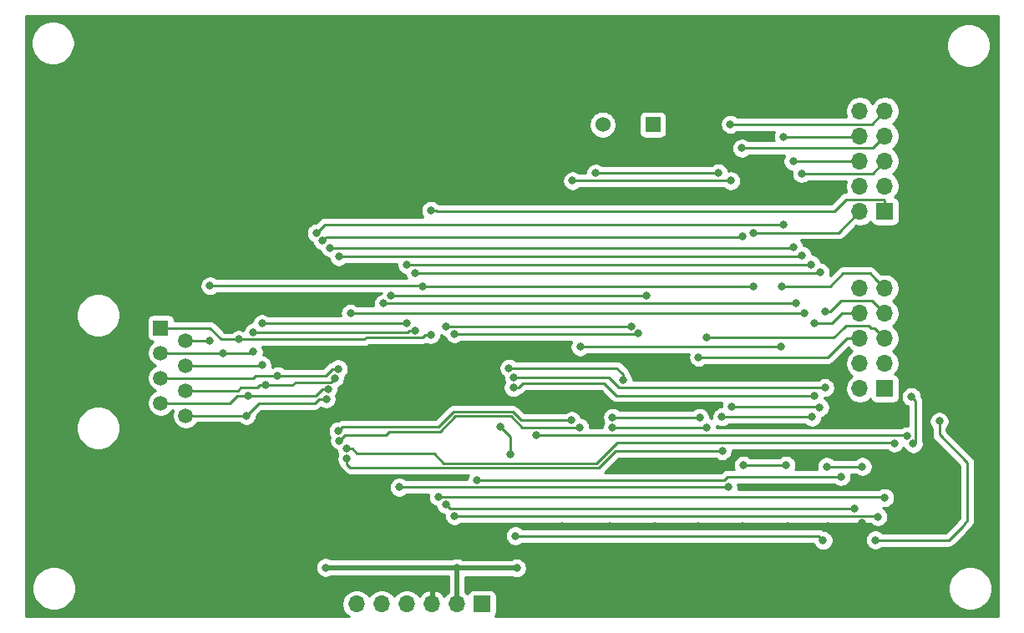
<source format=gbr>
G04 #@! TF.GenerationSoftware,KiCad,Pcbnew,(5.1.5)-3*
G04 #@! TF.CreationDate,2020-07-03T21:50:40-07:00*
G04 #@! TF.ProjectId,pic18f_DB_Ethernet,70696331-3866-45f4-9442-5f4574686572,rev?*
G04 #@! TF.SameCoordinates,Original*
G04 #@! TF.FileFunction,Copper,L2,Bot*
G04 #@! TF.FilePolarity,Positive*
%FSLAX46Y46*%
G04 Gerber Fmt 4.6, Leading zero omitted, Abs format (unit mm)*
G04 Created by KiCad (PCBNEW (5.1.5)-3) date 2020-07-03 21:50:40*
%MOMM*%
%LPD*%
G04 APERTURE LIST*
%ADD10O,1.700000X1.700000*%
%ADD11R,1.700000X1.700000*%
%ADD12R,1.500000X1.500000*%
%ADD13C,1.500000*%
%ADD14R,1.524000X1.524000*%
%ADD15C,1.524000*%
%ADD16C,0.800000*%
%ADD17C,0.500000*%
%ADD18C,0.250000*%
%ADD19C,0.254000*%
G04 APERTURE END LIST*
D10*
X185267600Y-95351600D03*
X187807600Y-95351600D03*
X185267600Y-97891600D03*
X187807600Y-97891600D03*
X185267600Y-100431600D03*
X187807600Y-100431600D03*
X185267600Y-102971600D03*
X187807600Y-102971600D03*
X185267600Y-105511600D03*
D11*
X187807600Y-105511600D03*
X146964400Y-145338800D03*
D10*
X144424400Y-145338800D03*
X141884400Y-145338800D03*
X139344400Y-145338800D03*
X136804400Y-145338800D03*
X134264400Y-145338800D03*
D11*
X187807600Y-123482100D03*
D10*
X185267600Y-123482100D03*
X187807600Y-120942100D03*
X185267600Y-120942100D03*
X187807600Y-118402100D03*
X185267600Y-118402100D03*
X187807600Y-115862100D03*
X185267600Y-115862100D03*
X187807600Y-113322100D03*
X185267600Y-113322100D03*
D12*
X114401600Y-117322600D03*
D13*
X116941600Y-118592600D03*
X114401600Y-119862600D03*
X116941600Y-121132600D03*
X114401600Y-122402600D03*
X116941600Y-123672600D03*
X114401600Y-124942600D03*
X116941600Y-126212600D03*
D14*
X164287200Y-96723200D03*
D15*
X159207200Y-96723200D03*
D16*
X131114800Y-141630400D03*
X144424400Y-141681200D03*
X150495000Y-141681200D03*
X123647200Y-105537000D03*
X155117800Y-137414000D03*
X159918400Y-137388600D03*
X164490400Y-137414000D03*
X173355000Y-137388600D03*
X177927000Y-137388600D03*
X182016400Y-137388600D03*
X185470800Y-137104999D03*
X190195200Y-136728200D03*
X194487800Y-136728200D03*
X143103600Y-125476000D03*
X115798600Y-97840800D03*
X131343400Y-97790000D03*
X124548900Y-134416800D03*
X126123700Y-134416800D03*
X124536200Y-141490700D03*
X125984000Y-141490700D03*
X168859200Y-137388600D03*
X165785800Y-100482400D03*
X194360800Y-131343400D03*
X177800000Y-131254400D03*
X173482000Y-131267200D03*
X181914800Y-131394200D03*
X185521600Y-131394200D03*
X156057600Y-126706800D03*
X172135800Y-96697800D03*
X132401369Y-127758714D03*
X156133800Y-102412800D03*
X172186600Y-102412800D03*
X131178117Y-124536874D03*
X177520600Y-97942400D03*
X177520600Y-106832400D03*
X130182755Y-107715004D03*
X123088400Y-126212600D03*
X131343400Y-123550626D03*
X173355000Y-108051600D03*
X130800366Y-108501490D03*
X173304200Y-99110800D03*
X123215400Y-124206000D03*
X131521200Y-109194600D03*
X178536600Y-109143800D03*
X178511200Y-100431600D03*
X132036613Y-122425627D03*
X125018800Y-123101100D03*
X132461000Y-110109000D03*
X179400200Y-109982000D03*
X179374800Y-101676200D03*
X132384800Y-121488200D03*
X126250700Y-122174000D03*
X139369800Y-116865400D03*
X124663200Y-116890800D03*
X139369800Y-110947200D03*
X180340000Y-110896400D03*
X124663200Y-121107200D03*
X140208000Y-111734600D03*
X181254400Y-111709200D03*
X123799600Y-119761000D03*
X123799600Y-117779800D03*
X140182600Y-117576600D03*
X120751600Y-119862600D03*
X140970000Y-113106200D03*
X174472600Y-113131600D03*
X174472600Y-107670600D03*
X119354600Y-118592600D03*
X119392700Y-113068100D03*
X141782800Y-118008400D03*
X141782800Y-105435400D03*
X122289401Y-118504801D03*
X142544800Y-134442200D03*
X187782200Y-134543800D03*
X143306800Y-135255000D03*
X184734200Y-135636000D03*
X144170400Y-136379999D03*
X187096400Y-136474200D03*
X190487300Y-124307600D03*
X190677800Y-129082800D03*
X146481800Y-132752000D03*
X183362600Y-132410200D03*
X160197800Y-127406400D03*
X169748200Y-127406400D03*
X169697400Y-118313200D03*
X160197800Y-126406397D03*
X169023200Y-126415800D03*
X168922700Y-120307100D03*
X181737000Y-123393200D03*
X181737000Y-115671600D03*
X150164800Y-122326400D03*
X180670200Y-124180600D03*
X150139652Y-123376854D03*
X180657500Y-116878100D03*
X156870400Y-127431800D03*
X156921200Y-119253000D03*
X177266600Y-119253000D03*
X177317400Y-113106200D03*
X132511800Y-128752600D03*
X186842400Y-138836400D03*
X193319400Y-126796800D03*
X148831300Y-127368300D03*
X149801059Y-130184856D03*
X150355300Y-138417300D03*
X181544600Y-138876400D03*
X170916600Y-101625400D03*
X158496000Y-101650800D03*
X137769600Y-114071400D03*
X163626800Y-114071400D03*
X144170400Y-117920600D03*
X162814000Y-117881400D03*
X143357600Y-117195600D03*
X162077400Y-117170200D03*
X161239200Y-122580400D03*
X149707600Y-121412000D03*
X136982200Y-114858800D03*
X178816000Y-114808000D03*
X133629400Y-115849400D03*
X179628800Y-115798600D03*
X171323000Y-129794000D03*
X171297600Y-126339600D03*
X180416200Y-126365000D03*
X133273800Y-130581400D03*
X138582400Y-133477000D03*
X171907200Y-133451600D03*
X172262800Y-125323600D03*
X181203600Y-125399800D03*
X190068200Y-128270000D03*
X152501600Y-128168400D03*
X188772800Y-129006600D03*
X133247494Y-129581744D03*
D17*
X144424400Y-145338800D02*
X144424400Y-142976600D01*
X144424400Y-145338800D02*
X144424400Y-141681200D01*
X143807915Y-141630400D02*
X141782800Y-141630400D01*
X143858715Y-141681200D02*
X143807915Y-141630400D01*
X144424400Y-141681200D02*
X143858715Y-141681200D01*
X143078200Y-141630400D02*
X141782800Y-141630400D01*
X141782800Y-141630400D02*
X131114800Y-141630400D01*
X144424400Y-141681200D02*
X150495000Y-141681200D01*
D18*
X173494800Y-131254400D02*
X173482000Y-131267200D01*
X177800000Y-131254400D02*
X173494800Y-131254400D01*
X181914800Y-131394200D02*
X185521600Y-131394200D01*
X186461400Y-96697800D02*
X187807600Y-95351600D01*
X172135800Y-96697800D02*
X186461400Y-96697800D01*
X156057600Y-126706800D02*
X150963800Y-126706800D01*
X150088600Y-125831600D02*
X144068800Y-125831600D01*
X150963800Y-126706800D02*
X150088600Y-125831600D01*
X144068800Y-125831600D02*
X142519400Y-127381000D01*
X132801368Y-127358715D02*
X135105715Y-127358715D01*
X132401369Y-127758714D02*
X132801368Y-127358715D01*
X135105715Y-127358715D02*
X135128000Y-127381000D01*
X142519400Y-127381000D02*
X135128000Y-127381000D01*
X156133800Y-102412800D02*
X172186600Y-102412800D01*
X131178117Y-124536874D02*
X130427877Y-124536874D01*
X130427877Y-124536874D02*
X129996751Y-124968000D01*
X177520600Y-97942400D02*
X185216800Y-97942400D01*
X185216800Y-97942400D02*
X185267600Y-97891600D01*
X130182755Y-107715004D02*
X131065359Y-106832400D01*
X131065359Y-106832400D02*
X177520600Y-106832400D01*
X125933200Y-124968000D02*
X124333000Y-124968000D01*
X129996751Y-124968000D02*
X125933200Y-124968000D01*
X124333000Y-124968000D02*
X123088400Y-126212600D01*
X123088400Y-126212600D02*
X119380000Y-126212600D01*
X119380000Y-126212600D02*
X116941600Y-126212600D01*
X130777715Y-123550626D02*
X130122341Y-124206000D01*
X131343400Y-123550626D02*
X130777715Y-123550626D01*
X130800366Y-108501490D02*
X131200365Y-108101491D01*
X131200365Y-108101491D02*
X173305109Y-108101491D01*
X173305109Y-108101491D02*
X173355000Y-108051600D01*
X173304200Y-99110800D02*
X186588400Y-99110800D01*
X186588400Y-99110800D02*
X187807600Y-97891600D01*
X130122341Y-124206000D02*
X123698000Y-124206000D01*
X121386600Y-124942600D02*
X114401600Y-124942600D01*
X122123200Y-124206000D02*
X121386600Y-124942600D01*
X123698000Y-124206000D02*
X123215400Y-124206000D01*
X123215400Y-124206000D02*
X122123200Y-124206000D01*
X178485800Y-109194600D02*
X178536600Y-109143800D01*
X131521200Y-109194600D02*
X178485800Y-109194600D01*
X178511200Y-100431600D02*
X185267600Y-100431600D01*
X131636614Y-122825626D02*
X128050174Y-122825626D01*
X132036613Y-122425627D02*
X131636614Y-122825626D01*
X122199400Y-123672600D02*
X116941600Y-123672600D01*
X122504200Y-123367800D02*
X122199400Y-123672600D01*
X127774700Y-123101100D02*
X128050174Y-122825626D01*
X125018800Y-123101100D02*
X127774700Y-123101100D01*
X124186415Y-123367800D02*
X122504200Y-123367800D01*
X124453115Y-123101100D02*
X124186415Y-123367800D01*
X125018800Y-123101100D02*
X124453115Y-123101100D01*
X179273200Y-110109000D02*
X179400200Y-109982000D01*
X132461000Y-110109000D02*
X179273200Y-110109000D01*
X186563000Y-101676200D02*
X187807600Y-100431600D01*
X179374800Y-101676200D02*
X186563000Y-101676200D01*
X131819115Y-121488200D02*
X131133315Y-122174000D01*
X132384800Y-121488200D02*
X131819115Y-121488200D01*
X123748800Y-122402600D02*
X114401600Y-122402600D01*
X123977400Y-122174000D02*
X123748800Y-122402600D01*
X126250700Y-122174000D02*
X123977400Y-122174000D01*
X131133315Y-122174000D02*
X126250700Y-122174000D01*
X124688600Y-116865400D02*
X124663200Y-116890800D01*
X139369800Y-116865400D02*
X124688600Y-116865400D01*
X180289200Y-110947200D02*
X180340000Y-110896400D01*
X139369800Y-110947200D02*
X180289200Y-110947200D01*
X124637800Y-121132600D02*
X124663200Y-121107200D01*
X116941600Y-121132600D02*
X124637800Y-121132600D01*
X181229000Y-111734600D02*
X181254400Y-111709200D01*
X140208000Y-111734600D02*
X181229000Y-111734600D01*
X140182600Y-117576600D02*
X139616915Y-117576600D01*
X139616915Y-117576600D02*
X139413715Y-117779800D01*
X139413715Y-117779800D02*
X123799600Y-117779800D01*
X123698000Y-119862600D02*
X123799600Y-119761000D01*
X114401600Y-119862600D02*
X120751600Y-119862600D01*
X120751600Y-119862600D02*
X123698000Y-119862600D01*
X174447200Y-113106200D02*
X174472600Y-113131600D01*
X140970000Y-113106200D02*
X174447200Y-113106200D01*
X183108600Y-107670600D02*
X185267600Y-105511600D01*
X174472600Y-107670600D02*
X183108600Y-107670600D01*
X119354600Y-118592600D02*
X116941600Y-118592600D01*
X140931900Y-113068100D02*
X140970000Y-113106200D01*
X119392700Y-113068100D02*
X140931900Y-113068100D01*
X140923914Y-118301601D02*
X135243401Y-118301601D01*
X141217115Y-118008400D02*
X140923914Y-118301601D01*
X141782800Y-118008400D02*
X141217115Y-118008400D01*
X135243401Y-118301601D02*
X135040201Y-118504801D01*
X142348485Y-105435400D02*
X142399285Y-105486200D01*
X141782800Y-105435400D02*
X142348485Y-105435400D01*
X142399285Y-105486200D02*
X182651400Y-105486200D01*
X182651400Y-105486200D02*
X183845200Y-104292400D01*
X187807600Y-104411600D02*
X187807600Y-105511600D01*
X187688400Y-104292400D02*
X187807600Y-104411600D01*
X183845200Y-104292400D02*
X187688400Y-104292400D01*
X121031000Y-118504801D02*
X120536801Y-118504801D01*
X119354600Y-117322600D02*
X114401600Y-117322600D01*
X120536801Y-118504801D02*
X119354600Y-117322600D01*
X135040201Y-118504801D02*
X122289401Y-118504801D01*
X122289401Y-118504801D02*
X121031000Y-118504801D01*
X187680600Y-134442200D02*
X187782200Y-134543800D01*
X142544800Y-134442200D02*
X187680600Y-134442200D01*
X184715201Y-135654999D02*
X184734200Y-135636000D01*
X143706799Y-135654999D02*
X184715201Y-135654999D01*
X143306800Y-135255000D02*
X143706799Y-135654999D01*
X187002199Y-136379999D02*
X187096400Y-136474200D01*
X144170400Y-136379999D02*
X187002199Y-136379999D01*
X190887299Y-128873301D02*
X190677800Y-129082800D01*
X190487300Y-124307600D02*
X190887299Y-124707599D01*
X190887299Y-124707599D02*
X190887299Y-128873301D01*
X171875598Y-132410200D02*
X183362600Y-132410200D01*
X171533798Y-132752000D02*
X171875598Y-132410200D01*
X146481800Y-132752000D02*
X171533798Y-132752000D01*
X160197800Y-127406400D02*
X169748200Y-127406400D01*
X169697400Y-118313200D02*
X182613300Y-118313200D01*
X186791600Y-117386100D02*
X186436000Y-117386100D01*
X186436000Y-117386100D02*
X186194700Y-117144800D01*
X186791600Y-117386100D02*
X187807600Y-118402100D01*
X183845200Y-117144800D02*
X183730900Y-117259100D01*
X186194700Y-117144800D02*
X183845200Y-117144800D01*
X182613300Y-118313200D02*
X183730900Y-117259100D01*
X169013797Y-126406397D02*
X169023200Y-126415800D01*
X160197800Y-126406397D02*
X169013797Y-126406397D01*
X185216800Y-118351300D02*
X185267600Y-118402100D01*
X183946800Y-118402100D02*
X185267600Y-118402100D01*
X168922700Y-120307100D02*
X182041800Y-120307100D01*
X182041800Y-120307100D02*
X183946800Y-118402100D01*
X150164800Y-122326400D02*
X159791400Y-122326400D01*
X160858200Y-123393200D02*
X181737000Y-123393200D01*
X159791400Y-122326400D02*
X160858200Y-123393200D01*
X186753500Y-114833400D02*
X187807600Y-115862100D01*
X181737000Y-115671600D02*
X182302685Y-115671600D01*
X183400700Y-114554000D02*
X186474100Y-114554000D01*
X186474100Y-114554000D02*
X186753500Y-114833400D01*
X182302685Y-115671600D02*
X183057800Y-114896900D01*
X183057800Y-114896900D02*
X183400700Y-114554000D01*
X185242200Y-115836700D02*
X185267600Y-115862100D01*
X150705337Y-123376854D02*
X151146191Y-122936000D01*
X150139652Y-123376854D02*
X150705337Y-123376854D01*
X159359600Y-122936000D02*
X160604200Y-124180600D01*
X151146191Y-122936000D02*
X159359600Y-122936000D01*
X160604200Y-124180600D02*
X180670200Y-124180600D01*
X180657500Y-116878100D02*
X182422800Y-116878100D01*
X183438800Y-115862100D02*
X185267600Y-115862100D01*
X182422800Y-116878100D02*
X183438800Y-115862100D01*
X156921200Y-119253000D02*
X177266600Y-119253000D01*
X133070600Y-128193800D02*
X132511800Y-128752600D01*
X137236200Y-128193800D02*
X133070600Y-128193800D01*
X137598990Y-127831010D02*
X137236200Y-128193800D01*
X149902200Y-126281610D02*
X144255200Y-126281610D01*
X142705800Y-127831010D02*
X137598990Y-127831010D01*
X151052390Y-127431800D02*
X149902200Y-126281610D01*
X156870400Y-127431800D02*
X151052390Y-127431800D01*
X144255200Y-126281610D02*
X142705800Y-127831010D01*
X186957601Y-112472101D02*
X186957601Y-112459401D01*
X187807600Y-113322100D02*
X186957601Y-112472101D01*
X186957601Y-112459401D02*
X186296300Y-111798100D01*
X186296300Y-111798100D02*
X183565800Y-111798100D01*
X183565800Y-111798100D02*
X182257700Y-113106200D01*
X182257700Y-113106200D02*
X177317400Y-113106200D01*
X193319400Y-128130300D02*
X193319400Y-126796800D01*
X196189600Y-131000500D02*
X193319400Y-128130300D01*
X196189600Y-136817100D02*
X196189600Y-131000500D01*
X195630800Y-137490200D02*
X196189600Y-136817100D01*
X194284600Y-138836400D02*
X195630800Y-137490200D01*
X186842400Y-138836400D02*
X194284600Y-138836400D01*
X148831300Y-127368300D02*
X149801059Y-128338059D01*
X149801059Y-128338059D02*
X149801059Y-130184856D01*
X150355300Y-138417300D02*
X181085500Y-138417300D01*
X181085500Y-138417300D02*
X181544600Y-138876400D01*
X158521400Y-101625400D02*
X158496000Y-101650800D01*
X170916600Y-101625400D02*
X158521400Y-101625400D01*
X137769600Y-114071400D02*
X163626800Y-114071400D01*
X162774800Y-117920600D02*
X162814000Y-117881400D01*
X144170400Y-117920600D02*
X162774800Y-117920600D01*
X162052000Y-117195600D02*
X162077400Y-117170200D01*
X143357600Y-117195600D02*
X162052000Y-117195600D01*
X149707600Y-121412000D02*
X160629600Y-121412000D01*
X160629600Y-121412000D02*
X161188400Y-121970800D01*
X161239200Y-122014715D02*
X161239200Y-122580400D01*
X161195285Y-121970800D02*
X161239200Y-122014715D01*
X161188400Y-121970800D02*
X161195285Y-121970800D01*
X178765200Y-114858800D02*
X178816000Y-114808000D01*
X136982200Y-114858800D02*
X178765200Y-114858800D01*
X179578000Y-115849400D02*
X179628800Y-115798600D01*
X133629400Y-115849400D02*
X179578000Y-115849400D01*
X180390800Y-126339600D02*
X180416200Y-126365000D01*
X171297600Y-126339600D02*
X180390800Y-126339600D01*
X160502600Y-129794000D02*
X171323000Y-129794000D01*
X158800800Y-131495800D02*
X160502600Y-129794000D01*
X133273800Y-131147085D02*
X133622515Y-131495800D01*
X133273800Y-130581400D02*
X133273800Y-131147085D01*
X133622515Y-131495800D02*
X158800800Y-131495800D01*
X171881800Y-133477000D02*
X171907200Y-133451600D01*
X138582400Y-133477000D02*
X171881800Y-133477000D01*
X181127400Y-125323600D02*
X181203600Y-125399800D01*
X172262800Y-125323600D02*
X181127400Y-125323600D01*
X189966600Y-128168400D02*
X190068200Y-128270000D01*
X152501600Y-128168400D02*
X189966600Y-128168400D01*
X143103600Y-131038600D02*
X142138400Y-130073400D01*
X158557820Y-131038600D02*
X143103600Y-131038600D01*
X142138400Y-130073400D02*
X134304835Y-130073400D01*
X188772800Y-129006600D02*
X188722000Y-128955800D01*
X188722000Y-128955800D02*
X160655000Y-128955800D01*
X133813179Y-129581744D02*
X133247494Y-129581744D01*
X134304835Y-130073400D02*
X133813179Y-129581744D01*
X160655000Y-128955800D02*
X158565010Y-131045790D01*
X158565010Y-131045790D02*
X158557820Y-131038600D01*
D19*
G36*
X199290000Y-146610000D02*
G01*
X148290193Y-146610000D01*
X148344937Y-146543294D01*
X148403902Y-146432980D01*
X148440212Y-146313282D01*
X148452472Y-146188800D01*
X148452472Y-144488800D01*
X148440212Y-144364318D01*
X148403902Y-144244620D01*
X148344937Y-144134306D01*
X148265585Y-144037615D01*
X148168894Y-143958263D01*
X148058580Y-143899298D01*
X147938882Y-143862988D01*
X147814400Y-143850728D01*
X146114400Y-143850728D01*
X145989918Y-143862988D01*
X145870220Y-143899298D01*
X145759906Y-143958263D01*
X145663215Y-144037615D01*
X145583863Y-144134306D01*
X145524898Y-144244620D01*
X145502887Y-144317180D01*
X145371032Y-144185325D01*
X145309400Y-144144144D01*
X145309400Y-143543872D01*
X194208600Y-143543872D01*
X194208600Y-143984128D01*
X194294490Y-144415925D01*
X194462969Y-144822669D01*
X194707562Y-145188729D01*
X195018871Y-145500038D01*
X195384931Y-145744631D01*
X195791675Y-145913110D01*
X196223472Y-145999000D01*
X196663728Y-145999000D01*
X197095525Y-145913110D01*
X197502269Y-145744631D01*
X197868329Y-145500038D01*
X198179638Y-145188729D01*
X198424231Y-144822669D01*
X198592710Y-144415925D01*
X198678600Y-143984128D01*
X198678600Y-143543872D01*
X198592710Y-143112075D01*
X198424231Y-142705331D01*
X198179638Y-142339271D01*
X197868329Y-142027962D01*
X197502269Y-141783369D01*
X197095525Y-141614890D01*
X196663728Y-141529000D01*
X196223472Y-141529000D01*
X195791675Y-141614890D01*
X195384931Y-141783369D01*
X195018871Y-142027962D01*
X194707562Y-142339271D01*
X194462969Y-142705331D01*
X194294490Y-143112075D01*
X194208600Y-143543872D01*
X145309400Y-143543872D01*
X145309400Y-142566200D01*
X149956546Y-142566200D01*
X150004744Y-142598405D01*
X150193102Y-142676426D01*
X150393061Y-142716200D01*
X150596939Y-142716200D01*
X150796898Y-142676426D01*
X150985256Y-142598405D01*
X151154774Y-142485137D01*
X151298937Y-142340974D01*
X151412205Y-142171456D01*
X151490226Y-141983098D01*
X151530000Y-141783139D01*
X151530000Y-141579261D01*
X151490226Y-141379302D01*
X151412205Y-141190944D01*
X151298937Y-141021426D01*
X151154774Y-140877263D01*
X150985256Y-140763995D01*
X150796898Y-140685974D01*
X150596939Y-140646200D01*
X150393061Y-140646200D01*
X150193102Y-140685974D01*
X150004744Y-140763995D01*
X149956546Y-140796200D01*
X144962854Y-140796200D01*
X144914656Y-140763995D01*
X144726298Y-140685974D01*
X144526339Y-140646200D01*
X144322461Y-140646200D01*
X144122502Y-140685974D01*
X143954516Y-140755557D01*
X143851392Y-140745400D01*
X143851384Y-140745400D01*
X143807915Y-140741119D01*
X143764446Y-140745400D01*
X131653254Y-140745400D01*
X131605056Y-140713195D01*
X131416698Y-140635174D01*
X131216739Y-140595400D01*
X131012861Y-140595400D01*
X130812902Y-140635174D01*
X130624544Y-140713195D01*
X130455026Y-140826463D01*
X130310863Y-140970626D01*
X130197595Y-141140144D01*
X130119574Y-141328502D01*
X130079800Y-141528461D01*
X130079800Y-141732339D01*
X130119574Y-141932298D01*
X130197595Y-142120656D01*
X130310863Y-142290174D01*
X130455026Y-142434337D01*
X130624544Y-142547605D01*
X130812902Y-142625626D01*
X131012861Y-142665400D01*
X131216739Y-142665400D01*
X131416698Y-142625626D01*
X131605056Y-142547605D01*
X131653254Y-142515400D01*
X143539401Y-142515400D01*
X143539400Y-144144144D01*
X143477768Y-144185325D01*
X143270925Y-144392168D01*
X143149205Y-144574334D01*
X143079578Y-144457445D01*
X142884669Y-144241212D01*
X142651320Y-144067159D01*
X142388499Y-143941975D01*
X142241290Y-143897324D01*
X142011400Y-144018645D01*
X142011400Y-145211800D01*
X142031400Y-145211800D01*
X142031400Y-145465800D01*
X142011400Y-145465800D01*
X142011400Y-145485800D01*
X141757400Y-145485800D01*
X141757400Y-145465800D01*
X141737400Y-145465800D01*
X141737400Y-145211800D01*
X141757400Y-145211800D01*
X141757400Y-144018645D01*
X141527510Y-143897324D01*
X141380301Y-143941975D01*
X141117480Y-144067159D01*
X140884131Y-144241212D01*
X140689222Y-144457445D01*
X140619595Y-144574334D01*
X140497875Y-144392168D01*
X140291032Y-144185325D01*
X140047811Y-144022810D01*
X139777558Y-143910868D01*
X139490660Y-143853800D01*
X139198140Y-143853800D01*
X138911242Y-143910868D01*
X138640989Y-144022810D01*
X138397768Y-144185325D01*
X138190925Y-144392168D01*
X138074400Y-144566560D01*
X137957875Y-144392168D01*
X137751032Y-144185325D01*
X137507811Y-144022810D01*
X137237558Y-143910868D01*
X136950660Y-143853800D01*
X136658140Y-143853800D01*
X136371242Y-143910868D01*
X136100989Y-144022810D01*
X135857768Y-144185325D01*
X135650925Y-144392168D01*
X135534400Y-144566560D01*
X135417875Y-144392168D01*
X135211032Y-144185325D01*
X134967811Y-144022810D01*
X134697558Y-143910868D01*
X134410660Y-143853800D01*
X134118140Y-143853800D01*
X133831242Y-143910868D01*
X133560989Y-144022810D01*
X133317768Y-144185325D01*
X133110925Y-144392168D01*
X132948410Y-144635389D01*
X132836468Y-144905642D01*
X132779400Y-145192540D01*
X132779400Y-145485060D01*
X132836468Y-145771958D01*
X132948410Y-146042211D01*
X133110925Y-146285432D01*
X133317768Y-146492275D01*
X133493956Y-146610000D01*
X100710000Y-146610000D01*
X100710000Y-143493072D01*
X101346200Y-143493072D01*
X101346200Y-143933328D01*
X101432090Y-144365125D01*
X101600569Y-144771869D01*
X101845162Y-145137929D01*
X102156471Y-145449238D01*
X102522531Y-145693831D01*
X102929275Y-145862310D01*
X103361072Y-145948200D01*
X103801328Y-145948200D01*
X104233125Y-145862310D01*
X104639869Y-145693831D01*
X105005929Y-145449238D01*
X105317238Y-145137929D01*
X105561831Y-144771869D01*
X105730310Y-144365125D01*
X105816200Y-143933328D01*
X105816200Y-143493072D01*
X105730310Y-143061275D01*
X105561831Y-142654531D01*
X105317238Y-142288471D01*
X105005929Y-141977162D01*
X104639869Y-141732569D01*
X104233125Y-141564090D01*
X103801328Y-141478200D01*
X103361072Y-141478200D01*
X102929275Y-141564090D01*
X102522531Y-141732569D01*
X102156471Y-141977162D01*
X101845162Y-142288471D01*
X101600569Y-142654531D01*
X101432090Y-143061275D01*
X101346200Y-143493072D01*
X100710000Y-143493072D01*
X100710000Y-138315361D01*
X149320300Y-138315361D01*
X149320300Y-138519239D01*
X149360074Y-138719198D01*
X149438095Y-138907556D01*
X149551363Y-139077074D01*
X149695526Y-139221237D01*
X149865044Y-139334505D01*
X150053402Y-139412526D01*
X150253361Y-139452300D01*
X150457239Y-139452300D01*
X150657198Y-139412526D01*
X150845556Y-139334505D01*
X151015074Y-139221237D01*
X151059011Y-139177300D01*
X180549175Y-139177300D01*
X180549374Y-139178298D01*
X180627395Y-139366656D01*
X180740663Y-139536174D01*
X180884826Y-139680337D01*
X181054344Y-139793605D01*
X181242702Y-139871626D01*
X181442661Y-139911400D01*
X181646539Y-139911400D01*
X181846498Y-139871626D01*
X182034856Y-139793605D01*
X182204374Y-139680337D01*
X182348537Y-139536174D01*
X182461805Y-139366656D01*
X182539826Y-139178298D01*
X182579600Y-138978339D01*
X182579600Y-138774461D01*
X182571644Y-138734461D01*
X185807400Y-138734461D01*
X185807400Y-138938339D01*
X185847174Y-139138298D01*
X185925195Y-139326656D01*
X186038463Y-139496174D01*
X186182626Y-139640337D01*
X186352144Y-139753605D01*
X186540502Y-139831626D01*
X186740461Y-139871400D01*
X186944339Y-139871400D01*
X187144298Y-139831626D01*
X187332656Y-139753605D01*
X187502174Y-139640337D01*
X187546111Y-139596400D01*
X194247278Y-139596400D01*
X194284600Y-139600076D01*
X194321922Y-139596400D01*
X194321933Y-139596400D01*
X194433586Y-139585403D01*
X194576847Y-139541946D01*
X194708876Y-139471374D01*
X194824601Y-139376401D01*
X194848404Y-139347397D01*
X196166827Y-138028975D01*
X196191704Y-138004378D01*
X196193073Y-138002729D01*
X196194599Y-138001203D01*
X196216957Y-137973960D01*
X196727923Y-137358478D01*
X196729601Y-137357101D01*
X196775738Y-137300883D01*
X196798197Y-137273830D01*
X196799403Y-137272047D01*
X196824574Y-137241376D01*
X196841246Y-137210185D01*
X196861055Y-137180899D01*
X196876441Y-137144342D01*
X196895146Y-137109347D01*
X196905412Y-137075504D01*
X196919128Y-137042914D01*
X196927087Y-137004050D01*
X196938603Y-136966086D01*
X196942070Y-136930889D01*
X196949163Y-136896252D01*
X196949387Y-136856592D01*
X196949600Y-136854433D01*
X196949600Y-136819013D01*
X196950010Y-136746547D01*
X196949600Y-136744423D01*
X196949600Y-131037825D01*
X196953276Y-131000500D01*
X196949600Y-130963175D01*
X196949600Y-130963167D01*
X196938603Y-130851514D01*
X196895146Y-130708253D01*
X196824574Y-130576224D01*
X196729601Y-130460499D01*
X196700603Y-130436701D01*
X194079400Y-127815499D01*
X194079400Y-127500511D01*
X194123337Y-127456574D01*
X194236605Y-127287056D01*
X194314626Y-127098698D01*
X194354400Y-126898739D01*
X194354400Y-126694861D01*
X194314626Y-126494902D01*
X194236605Y-126306544D01*
X194123337Y-126137026D01*
X193979174Y-125992863D01*
X193809656Y-125879595D01*
X193621298Y-125801574D01*
X193421339Y-125761800D01*
X193217461Y-125761800D01*
X193017502Y-125801574D01*
X192829144Y-125879595D01*
X192659626Y-125992863D01*
X192515463Y-126137026D01*
X192402195Y-126306544D01*
X192324174Y-126494902D01*
X192284400Y-126694861D01*
X192284400Y-126898739D01*
X192324174Y-127098698D01*
X192402195Y-127287056D01*
X192515463Y-127456574D01*
X192559400Y-127500511D01*
X192559400Y-128092977D01*
X192555724Y-128130300D01*
X192559400Y-128167622D01*
X192559400Y-128167632D01*
X192570397Y-128279285D01*
X192605100Y-128393688D01*
X192613854Y-128422546D01*
X192684426Y-128554576D01*
X192714327Y-128591010D01*
X192779399Y-128670301D01*
X192808403Y-128694104D01*
X195429601Y-131315303D01*
X195429600Y-136542741D01*
X195068524Y-136977674D01*
X193969799Y-138076400D01*
X187546111Y-138076400D01*
X187502174Y-138032463D01*
X187332656Y-137919195D01*
X187144298Y-137841174D01*
X186944339Y-137801400D01*
X186740461Y-137801400D01*
X186540502Y-137841174D01*
X186352144Y-137919195D01*
X186182626Y-138032463D01*
X186038463Y-138176626D01*
X185925195Y-138346144D01*
X185847174Y-138534502D01*
X185807400Y-138734461D01*
X182571644Y-138734461D01*
X182539826Y-138574502D01*
X182461805Y-138386144D01*
X182348537Y-138216626D01*
X182204374Y-138072463D01*
X182034856Y-137959195D01*
X181846498Y-137881174D01*
X181646539Y-137841400D01*
X181581758Y-137841400D01*
X181509776Y-137782326D01*
X181377747Y-137711754D01*
X181234486Y-137668297D01*
X181122833Y-137657300D01*
X181122822Y-137657300D01*
X181085500Y-137653624D01*
X181048178Y-137657300D01*
X151059011Y-137657300D01*
X151015074Y-137613363D01*
X150845556Y-137500095D01*
X150657198Y-137422074D01*
X150457239Y-137382300D01*
X150253361Y-137382300D01*
X150053402Y-137422074D01*
X149865044Y-137500095D01*
X149695526Y-137613363D01*
X149551363Y-137757526D01*
X149438095Y-137927044D01*
X149360074Y-138115402D01*
X149320300Y-138315361D01*
X100710000Y-138315361D01*
X100710000Y-127262472D01*
X105816600Y-127262472D01*
X105816600Y-127702728D01*
X105902490Y-128134525D01*
X106070969Y-128541269D01*
X106315562Y-128907329D01*
X106626871Y-129218638D01*
X106992931Y-129463231D01*
X107399675Y-129631710D01*
X107831472Y-129717600D01*
X108271728Y-129717600D01*
X108703525Y-129631710D01*
X109110269Y-129463231D01*
X109476329Y-129218638D01*
X109787638Y-128907329D01*
X110032231Y-128541269D01*
X110200710Y-128134525D01*
X110286600Y-127702728D01*
X110286600Y-127656775D01*
X131366369Y-127656775D01*
X131366369Y-127860653D01*
X131406143Y-128060612D01*
X131484164Y-128248970D01*
X131555754Y-128356113D01*
X131516574Y-128450702D01*
X131476800Y-128650661D01*
X131476800Y-128854539D01*
X131516574Y-129054498D01*
X131594595Y-129242856D01*
X131707863Y-129412374D01*
X131852026Y-129556537D01*
X132021544Y-129669805D01*
X132209902Y-129747826D01*
X132225885Y-129751005D01*
X132252268Y-129883642D01*
X132330289Y-130072000D01*
X132351423Y-130103630D01*
X132278574Y-130279502D01*
X132238800Y-130479461D01*
X132238800Y-130683339D01*
X132278574Y-130883298D01*
X132356595Y-131071656D01*
X132469863Y-131241174D01*
X132524813Y-131296124D01*
X132568254Y-131439332D01*
X132580839Y-131462876D01*
X132638826Y-131571361D01*
X132703528Y-131650200D01*
X132733800Y-131687086D01*
X132762797Y-131710884D01*
X133058715Y-132006802D01*
X133082514Y-132035801D01*
X133198239Y-132130774D01*
X133330268Y-132201346D01*
X133473529Y-132244803D01*
X133585182Y-132255800D01*
X133585191Y-132255800D01*
X133622514Y-132259476D01*
X133659837Y-132255800D01*
X145568567Y-132255800D01*
X145564595Y-132261744D01*
X145486574Y-132450102D01*
X145446800Y-132650061D01*
X145446800Y-132717000D01*
X139286111Y-132717000D01*
X139242174Y-132673063D01*
X139072656Y-132559795D01*
X138884298Y-132481774D01*
X138684339Y-132442000D01*
X138480461Y-132442000D01*
X138280502Y-132481774D01*
X138092144Y-132559795D01*
X137922626Y-132673063D01*
X137778463Y-132817226D01*
X137665195Y-132986744D01*
X137587174Y-133175102D01*
X137547400Y-133375061D01*
X137547400Y-133578939D01*
X137587174Y-133778898D01*
X137665195Y-133967256D01*
X137778463Y-134136774D01*
X137922626Y-134280937D01*
X138092144Y-134394205D01*
X138280502Y-134472226D01*
X138480461Y-134512000D01*
X138684339Y-134512000D01*
X138884298Y-134472226D01*
X139072656Y-134394205D01*
X139242174Y-134280937D01*
X139286111Y-134237000D01*
X141530340Y-134237000D01*
X141509800Y-134340261D01*
X141509800Y-134544139D01*
X141549574Y-134744098D01*
X141627595Y-134932456D01*
X141740863Y-135101974D01*
X141885026Y-135246137D01*
X142054544Y-135359405D01*
X142242902Y-135437426D01*
X142289660Y-135446727D01*
X142311574Y-135556898D01*
X142389595Y-135745256D01*
X142502863Y-135914774D01*
X142647026Y-136058937D01*
X142816544Y-136172205D01*
X143004902Y-136250226D01*
X143135759Y-136276255D01*
X143135400Y-136278060D01*
X143135400Y-136481938D01*
X143175174Y-136681897D01*
X143253195Y-136870255D01*
X143366463Y-137039773D01*
X143510626Y-137183936D01*
X143680144Y-137297204D01*
X143868502Y-137375225D01*
X144068461Y-137414999D01*
X144272339Y-137414999D01*
X144472298Y-137375225D01*
X144660656Y-137297204D01*
X144830174Y-137183936D01*
X144874111Y-137139999D01*
X186298488Y-137139999D01*
X186436626Y-137278137D01*
X186606144Y-137391405D01*
X186794502Y-137469426D01*
X186994461Y-137509200D01*
X187198339Y-137509200D01*
X187398298Y-137469426D01*
X187586656Y-137391405D01*
X187756174Y-137278137D01*
X187900337Y-137133974D01*
X188013605Y-136964456D01*
X188091626Y-136776098D01*
X188131400Y-136576139D01*
X188131400Y-136372261D01*
X188091626Y-136172302D01*
X188013605Y-135983944D01*
X187900337Y-135814426D01*
X187756174Y-135670263D01*
X187593445Y-135561531D01*
X187680261Y-135578800D01*
X187884139Y-135578800D01*
X188084098Y-135539026D01*
X188272456Y-135461005D01*
X188441974Y-135347737D01*
X188586137Y-135203574D01*
X188699405Y-135034056D01*
X188777426Y-134845698D01*
X188817200Y-134645739D01*
X188817200Y-134441861D01*
X188777426Y-134241902D01*
X188699405Y-134053544D01*
X188586137Y-133884026D01*
X188441974Y-133739863D01*
X188272456Y-133626595D01*
X188084098Y-133548574D01*
X187884139Y-133508800D01*
X187680261Y-133508800D01*
X187480302Y-133548574D01*
X187291944Y-133626595D01*
X187208725Y-133682200D01*
X172916608Y-133682200D01*
X172942200Y-133553539D01*
X172942200Y-133349661D01*
X172906503Y-133170200D01*
X182658889Y-133170200D01*
X182702826Y-133214137D01*
X182872344Y-133327405D01*
X183060702Y-133405426D01*
X183260661Y-133445200D01*
X183464539Y-133445200D01*
X183664498Y-133405426D01*
X183852856Y-133327405D01*
X184022374Y-133214137D01*
X184166537Y-133069974D01*
X184279805Y-132900456D01*
X184357826Y-132712098D01*
X184397600Y-132512139D01*
X184397600Y-132308261D01*
X184366956Y-132154200D01*
X184817889Y-132154200D01*
X184861826Y-132198137D01*
X185031344Y-132311405D01*
X185219702Y-132389426D01*
X185419661Y-132429200D01*
X185623539Y-132429200D01*
X185823498Y-132389426D01*
X186011856Y-132311405D01*
X186181374Y-132198137D01*
X186325537Y-132053974D01*
X186438805Y-131884456D01*
X186516826Y-131696098D01*
X186556600Y-131496139D01*
X186556600Y-131292261D01*
X186516826Y-131092302D01*
X186438805Y-130903944D01*
X186325537Y-130734426D01*
X186181374Y-130590263D01*
X186011856Y-130476995D01*
X185823498Y-130398974D01*
X185623539Y-130359200D01*
X185419661Y-130359200D01*
X185219702Y-130398974D01*
X185031344Y-130476995D01*
X184861826Y-130590263D01*
X184817889Y-130634200D01*
X182618511Y-130634200D01*
X182574574Y-130590263D01*
X182405056Y-130476995D01*
X182216698Y-130398974D01*
X182016739Y-130359200D01*
X181812861Y-130359200D01*
X181612902Y-130398974D01*
X181424544Y-130476995D01*
X181255026Y-130590263D01*
X181110863Y-130734426D01*
X180997595Y-130903944D01*
X180919574Y-131092302D01*
X180879800Y-131292261D01*
X180879800Y-131496139D01*
X180910444Y-131650200D01*
X178756330Y-131650200D01*
X178795226Y-131556298D01*
X178835000Y-131356339D01*
X178835000Y-131152461D01*
X178795226Y-130952502D01*
X178717205Y-130764144D01*
X178603937Y-130594626D01*
X178459774Y-130450463D01*
X178290256Y-130337195D01*
X178101898Y-130259174D01*
X177901939Y-130219400D01*
X177698061Y-130219400D01*
X177498102Y-130259174D01*
X177309744Y-130337195D01*
X177140226Y-130450463D01*
X177096289Y-130494400D01*
X174172911Y-130494400D01*
X174141774Y-130463263D01*
X173972256Y-130349995D01*
X173783898Y-130271974D01*
X173583939Y-130232200D01*
X173380061Y-130232200D01*
X173180102Y-130271974D01*
X172991744Y-130349995D01*
X172822226Y-130463263D01*
X172678063Y-130607426D01*
X172564795Y-130776944D01*
X172486774Y-130965302D01*
X172447000Y-131165261D01*
X172447000Y-131369139D01*
X172486774Y-131569098D01*
X172520368Y-131650200D01*
X171912920Y-131650200D01*
X171875597Y-131646524D01*
X171838274Y-131650200D01*
X171838265Y-131650200D01*
X171726612Y-131661197D01*
X171583351Y-131704654D01*
X171451322Y-131775226D01*
X171335597Y-131870199D01*
X171311794Y-131899203D01*
X171218997Y-131992000D01*
X159379401Y-131992000D01*
X160817402Y-130554000D01*
X170619289Y-130554000D01*
X170663226Y-130597937D01*
X170832744Y-130711205D01*
X171021102Y-130789226D01*
X171221061Y-130829000D01*
X171424939Y-130829000D01*
X171624898Y-130789226D01*
X171813256Y-130711205D01*
X171982774Y-130597937D01*
X172126937Y-130453774D01*
X172240205Y-130284256D01*
X172318226Y-130095898D01*
X172358000Y-129895939D01*
X172358000Y-129715800D01*
X188018289Y-129715800D01*
X188113026Y-129810537D01*
X188282544Y-129923805D01*
X188470902Y-130001826D01*
X188670861Y-130041600D01*
X188874739Y-130041600D01*
X189074698Y-130001826D01*
X189263056Y-129923805D01*
X189432574Y-129810537D01*
X189576737Y-129666374D01*
X189690005Y-129496856D01*
X189709518Y-129449747D01*
X189760595Y-129573056D01*
X189873863Y-129742574D01*
X190018026Y-129886737D01*
X190187544Y-130000005D01*
X190375902Y-130078026D01*
X190575861Y-130117800D01*
X190779739Y-130117800D01*
X190979698Y-130078026D01*
X191168056Y-130000005D01*
X191337574Y-129886737D01*
X191481737Y-129742574D01*
X191595005Y-129573056D01*
X191673026Y-129384698D01*
X191712800Y-129184739D01*
X191712800Y-128980861D01*
X191673026Y-128780902D01*
X191647299Y-128718792D01*
X191647299Y-124744921D01*
X191650975Y-124707598D01*
X191647299Y-124670276D01*
X191647299Y-124670266D01*
X191636302Y-124558613D01*
X191592845Y-124415352D01*
X191522300Y-124283374D01*
X191522300Y-124205661D01*
X191482526Y-124005702D01*
X191404505Y-123817344D01*
X191291237Y-123647826D01*
X191147074Y-123503663D01*
X190977556Y-123390395D01*
X190789198Y-123312374D01*
X190589239Y-123272600D01*
X190385361Y-123272600D01*
X190185402Y-123312374D01*
X189997044Y-123390395D01*
X189827526Y-123503663D01*
X189683363Y-123647826D01*
X189570095Y-123817344D01*
X189492074Y-124005702D01*
X189452300Y-124205661D01*
X189452300Y-124409539D01*
X189492074Y-124609498D01*
X189570095Y-124797856D01*
X189683363Y-124967374D01*
X189827526Y-125111537D01*
X189997044Y-125224805D01*
X190127299Y-125278759D01*
X190127300Y-127235000D01*
X189966261Y-127235000D01*
X189766302Y-127274774D01*
X189577944Y-127352795D01*
X189494725Y-127408400D01*
X170783200Y-127408400D01*
X170783200Y-127304461D01*
X170768567Y-127230895D01*
X170807344Y-127256805D01*
X170995702Y-127334826D01*
X171195661Y-127374600D01*
X171399539Y-127374600D01*
X171599498Y-127334826D01*
X171787856Y-127256805D01*
X171957374Y-127143537D01*
X172001311Y-127099600D01*
X179687089Y-127099600D01*
X179756426Y-127168937D01*
X179925944Y-127282205D01*
X180114302Y-127360226D01*
X180314261Y-127400000D01*
X180518139Y-127400000D01*
X180718098Y-127360226D01*
X180906456Y-127282205D01*
X181075974Y-127168937D01*
X181220137Y-127024774D01*
X181333405Y-126855256D01*
X181411426Y-126666898D01*
X181451200Y-126466939D01*
X181451200Y-126405826D01*
X181505498Y-126395026D01*
X181693856Y-126317005D01*
X181863374Y-126203737D01*
X182007537Y-126059574D01*
X182120805Y-125890056D01*
X182198826Y-125701698D01*
X182238600Y-125501739D01*
X182238600Y-125297861D01*
X182198826Y-125097902D01*
X182120805Y-124909544D01*
X182007537Y-124740026D01*
X181863374Y-124595863D01*
X181693856Y-124482595D01*
X181667572Y-124471708D01*
X181676226Y-124428200D01*
X181838939Y-124428200D01*
X182038898Y-124388426D01*
X182227256Y-124310405D01*
X182396774Y-124197137D01*
X182540937Y-124052974D01*
X182654205Y-123883456D01*
X182732226Y-123695098D01*
X182772000Y-123495139D01*
X182772000Y-123291261D01*
X182732226Y-123091302D01*
X182654205Y-122902944D01*
X182540937Y-122733426D01*
X182396774Y-122589263D01*
X182227256Y-122475995D01*
X182038898Y-122397974D01*
X181838939Y-122358200D01*
X181635061Y-122358200D01*
X181435102Y-122397974D01*
X181246744Y-122475995D01*
X181077226Y-122589263D01*
X181033289Y-122633200D01*
X162274200Y-122633200D01*
X162274200Y-122478461D01*
X162234426Y-122278502D01*
X162156405Y-122090144D01*
X162043137Y-121920626D01*
X161988187Y-121865676D01*
X161944746Y-121722468D01*
X161874174Y-121590439D01*
X161779201Y-121474714D01*
X161755081Y-121454920D01*
X161735286Y-121430799D01*
X161667892Y-121375491D01*
X161193403Y-120901002D01*
X161169601Y-120871999D01*
X161053876Y-120777026D01*
X160921847Y-120706454D01*
X160778586Y-120662997D01*
X160666933Y-120652000D01*
X160666922Y-120652000D01*
X160629600Y-120648324D01*
X160592278Y-120652000D01*
X150411311Y-120652000D01*
X150367374Y-120608063D01*
X150197856Y-120494795D01*
X150009498Y-120416774D01*
X149809539Y-120377000D01*
X149605661Y-120377000D01*
X149405702Y-120416774D01*
X149217344Y-120494795D01*
X149047826Y-120608063D01*
X148903663Y-120752226D01*
X148790395Y-120921744D01*
X148712374Y-121110102D01*
X148672600Y-121310061D01*
X148672600Y-121513939D01*
X148712374Y-121713898D01*
X148790395Y-121902256D01*
X148903663Y-122071774D01*
X149047826Y-122215937D01*
X149129800Y-122270710D01*
X149129800Y-122428339D01*
X149169574Y-122628298D01*
X149247595Y-122816656D01*
X149258388Y-122832809D01*
X149222447Y-122886598D01*
X149144426Y-123074956D01*
X149104652Y-123274915D01*
X149104652Y-123478793D01*
X149144426Y-123678752D01*
X149222447Y-123867110D01*
X149335715Y-124036628D01*
X149479878Y-124180791D01*
X149649396Y-124294059D01*
X149837754Y-124372080D01*
X150037713Y-124411854D01*
X150241591Y-124411854D01*
X150441550Y-124372080D01*
X150629908Y-124294059D01*
X150799426Y-124180791D01*
X150854376Y-124125841D01*
X150997584Y-124082400D01*
X151129613Y-124011828D01*
X151245338Y-123916855D01*
X151269141Y-123887851D01*
X151460992Y-123696000D01*
X159044799Y-123696000D01*
X160040401Y-124691603D01*
X160064199Y-124720601D01*
X160179924Y-124815574D01*
X160311953Y-124886146D01*
X160455214Y-124929603D01*
X160566867Y-124940600D01*
X160566876Y-124940600D01*
X160604199Y-124944276D01*
X160641522Y-124940600D01*
X171301168Y-124940600D01*
X171267574Y-125021702D01*
X171227800Y-125221661D01*
X171227800Y-125304600D01*
X171195661Y-125304600D01*
X170995702Y-125344374D01*
X170807344Y-125422395D01*
X170637826Y-125535663D01*
X170493663Y-125679826D01*
X170380395Y-125849344D01*
X170302374Y-126037702D01*
X170262600Y-126237661D01*
X170262600Y-126441539D01*
X170277233Y-126515105D01*
X170238456Y-126489195D01*
X170058200Y-126414530D01*
X170058200Y-126313861D01*
X170018426Y-126113902D01*
X169940405Y-125925544D01*
X169827137Y-125756026D01*
X169682974Y-125611863D01*
X169513456Y-125498595D01*
X169325098Y-125420574D01*
X169125139Y-125380800D01*
X168921261Y-125380800D01*
X168721302Y-125420574D01*
X168532944Y-125498595D01*
X168363426Y-125611863D01*
X168328892Y-125646397D01*
X160901511Y-125646397D01*
X160857574Y-125602460D01*
X160688056Y-125489192D01*
X160499698Y-125411171D01*
X160299739Y-125371397D01*
X160095861Y-125371397D01*
X159895902Y-125411171D01*
X159707544Y-125489192D01*
X159538026Y-125602460D01*
X159393863Y-125746623D01*
X159280595Y-125916141D01*
X159202574Y-126104499D01*
X159162800Y-126304458D01*
X159162800Y-126508336D01*
X159202574Y-126708295D01*
X159280595Y-126896653D01*
X159287107Y-126906399D01*
X159280595Y-126916144D01*
X159202574Y-127104502D01*
X159162800Y-127304461D01*
X159162800Y-127408400D01*
X157905400Y-127408400D01*
X157905400Y-127329861D01*
X157865626Y-127129902D01*
X157787605Y-126941544D01*
X157674337Y-126772026D01*
X157530174Y-126627863D01*
X157360656Y-126514595D01*
X157172298Y-126436574D01*
X157054464Y-126413135D01*
X157052826Y-126404902D01*
X156974805Y-126216544D01*
X156861537Y-126047026D01*
X156717374Y-125902863D01*
X156547856Y-125789595D01*
X156359498Y-125711574D01*
X156159539Y-125671800D01*
X155955661Y-125671800D01*
X155755702Y-125711574D01*
X155567344Y-125789595D01*
X155397826Y-125902863D01*
X155353889Y-125946800D01*
X151278602Y-125946800D01*
X150652403Y-125320602D01*
X150628601Y-125291599D01*
X150512876Y-125196626D01*
X150380847Y-125126054D01*
X150237586Y-125082597D01*
X150125933Y-125071600D01*
X150125922Y-125071600D01*
X150088600Y-125067924D01*
X150051278Y-125071600D01*
X144106122Y-125071600D01*
X144068799Y-125067924D01*
X144031476Y-125071600D01*
X144031467Y-125071600D01*
X143919814Y-125082597D01*
X143776553Y-125126054D01*
X143644524Y-125196626D01*
X143644522Y-125196627D01*
X143644523Y-125196627D01*
X143557796Y-125267801D01*
X143557792Y-125267805D01*
X143528799Y-125291599D01*
X143505005Y-125320592D01*
X142204599Y-126621000D01*
X135291913Y-126621000D01*
X135254701Y-126609712D01*
X135143048Y-126598715D01*
X135143037Y-126598715D01*
X135105715Y-126595039D01*
X135068393Y-126598715D01*
X132838690Y-126598715D01*
X132801367Y-126595039D01*
X132764045Y-126598715D01*
X132764035Y-126598715D01*
X132652382Y-126609712D01*
X132509121Y-126653169D01*
X132377143Y-126723714D01*
X132299430Y-126723714D01*
X132099471Y-126763488D01*
X131911113Y-126841509D01*
X131741595Y-126954777D01*
X131597432Y-127098940D01*
X131484164Y-127268458D01*
X131406143Y-127456816D01*
X131366369Y-127656775D01*
X110286600Y-127656775D01*
X110286600Y-127262472D01*
X110200710Y-126830675D01*
X110032231Y-126423931D01*
X109787638Y-126057871D01*
X109476329Y-125746562D01*
X109110269Y-125501969D01*
X108703525Y-125333490D01*
X108271728Y-125247600D01*
X107831472Y-125247600D01*
X107399675Y-125333490D01*
X106992931Y-125501969D01*
X106626871Y-125746562D01*
X106315562Y-126057871D01*
X106070969Y-126423931D01*
X105902490Y-126830675D01*
X105816600Y-127262472D01*
X100710000Y-127262472D01*
X100710000Y-115832472D01*
X105816600Y-115832472D01*
X105816600Y-116272728D01*
X105902490Y-116704525D01*
X106070969Y-117111269D01*
X106315562Y-117477329D01*
X106626871Y-117788638D01*
X106992931Y-118033231D01*
X107399675Y-118201710D01*
X107831472Y-118287600D01*
X108271728Y-118287600D01*
X108703525Y-118201710D01*
X109110269Y-118033231D01*
X109476329Y-117788638D01*
X109787638Y-117477329D01*
X110032231Y-117111269D01*
X110200710Y-116704525D01*
X110226951Y-116572600D01*
X113013528Y-116572600D01*
X113013528Y-118072600D01*
X113025788Y-118197082D01*
X113062098Y-118316780D01*
X113121063Y-118427094D01*
X113200415Y-118523785D01*
X113297106Y-118603137D01*
X113407420Y-118662102D01*
X113527118Y-118698412D01*
X113635083Y-118709045D01*
X113518714Y-118786801D01*
X113325801Y-118979714D01*
X113174229Y-119206557D01*
X113069825Y-119458611D01*
X113016600Y-119726189D01*
X113016600Y-119999011D01*
X113069825Y-120266589D01*
X113174229Y-120518643D01*
X113325801Y-120745486D01*
X113518714Y-120938399D01*
X113745557Y-121089971D01*
X113848473Y-121132600D01*
X113745557Y-121175229D01*
X113518714Y-121326801D01*
X113325801Y-121519714D01*
X113174229Y-121746557D01*
X113069825Y-121998611D01*
X113016600Y-122266189D01*
X113016600Y-122539011D01*
X113069825Y-122806589D01*
X113174229Y-123058643D01*
X113325801Y-123285486D01*
X113518714Y-123478399D01*
X113745557Y-123629971D01*
X113848473Y-123672600D01*
X113745557Y-123715229D01*
X113518714Y-123866801D01*
X113325801Y-124059714D01*
X113174229Y-124286557D01*
X113069825Y-124538611D01*
X113016600Y-124806189D01*
X113016600Y-125079011D01*
X113069825Y-125346589D01*
X113174229Y-125598643D01*
X113325801Y-125825486D01*
X113518714Y-126018399D01*
X113745557Y-126169971D01*
X113997611Y-126274375D01*
X114265189Y-126327600D01*
X114538011Y-126327600D01*
X114805589Y-126274375D01*
X115057643Y-126169971D01*
X115284486Y-126018399D01*
X115477399Y-125825486D01*
X115559509Y-125702600D01*
X115653736Y-125702600D01*
X115609825Y-125808611D01*
X115556600Y-126076189D01*
X115556600Y-126349011D01*
X115609825Y-126616589D01*
X115714229Y-126868643D01*
X115865801Y-127095486D01*
X116058714Y-127288399D01*
X116285557Y-127439971D01*
X116537611Y-127544375D01*
X116805189Y-127597600D01*
X117078011Y-127597600D01*
X117345589Y-127544375D01*
X117597643Y-127439971D01*
X117824486Y-127288399D01*
X118017399Y-127095486D01*
X118099509Y-126972600D01*
X122384689Y-126972600D01*
X122428626Y-127016537D01*
X122598144Y-127129805D01*
X122786502Y-127207826D01*
X122986461Y-127247600D01*
X123190339Y-127247600D01*
X123390298Y-127207826D01*
X123578656Y-127129805D01*
X123748174Y-127016537D01*
X123892337Y-126872374D01*
X124005605Y-126702856D01*
X124083626Y-126514498D01*
X124123400Y-126314539D01*
X124123400Y-126252401D01*
X124647802Y-125728000D01*
X129959429Y-125728000D01*
X129996751Y-125731676D01*
X130034073Y-125728000D01*
X130034084Y-125728000D01*
X130145737Y-125717003D01*
X130288998Y-125673546D01*
X130421027Y-125602974D01*
X130536752Y-125508001D01*
X130560555Y-125478997D01*
X130626484Y-125413068D01*
X130687861Y-125454079D01*
X130876219Y-125532100D01*
X131076178Y-125571874D01*
X131280056Y-125571874D01*
X131480015Y-125532100D01*
X131668373Y-125454079D01*
X131837891Y-125340811D01*
X131982054Y-125196648D01*
X132095322Y-125027130D01*
X132173343Y-124838772D01*
X132213117Y-124638813D01*
X132213117Y-124434935D01*
X132173343Y-124234976D01*
X132157107Y-124195779D01*
X132260605Y-124040882D01*
X132338626Y-123852524D01*
X132378400Y-123652565D01*
X132378400Y-123448687D01*
X132370249Y-123407707D01*
X132526869Y-123342832D01*
X132696387Y-123229564D01*
X132840550Y-123085401D01*
X132953818Y-122915883D01*
X133031839Y-122727525D01*
X133071613Y-122527566D01*
X133071613Y-122323688D01*
X133061892Y-122274819D01*
X133188737Y-122147974D01*
X133302005Y-121978456D01*
X133380026Y-121790098D01*
X133419800Y-121590139D01*
X133419800Y-121386261D01*
X133380026Y-121186302D01*
X133302005Y-120997944D01*
X133188737Y-120828426D01*
X133044574Y-120684263D01*
X132875056Y-120570995D01*
X132686698Y-120492974D01*
X132486739Y-120453200D01*
X132282861Y-120453200D01*
X132082902Y-120492974D01*
X131894544Y-120570995D01*
X131725026Y-120684263D01*
X131670076Y-120739213D01*
X131526868Y-120782654D01*
X131394839Y-120853226D01*
X131279114Y-120948199D01*
X131255316Y-120977198D01*
X130818514Y-121414000D01*
X126954411Y-121414000D01*
X126910474Y-121370063D01*
X126740956Y-121256795D01*
X126552598Y-121178774D01*
X126352639Y-121139000D01*
X126148761Y-121139000D01*
X125948802Y-121178774D01*
X125760444Y-121256795D01*
X125677727Y-121312065D01*
X125698200Y-121209139D01*
X125698200Y-121005261D01*
X125658426Y-120805302D01*
X125580405Y-120616944D01*
X125467137Y-120447426D01*
X125322974Y-120303263D01*
X125153456Y-120189995D01*
X124965098Y-120111974D01*
X124789006Y-120076947D01*
X124794826Y-120062898D01*
X124834600Y-119862939D01*
X124834600Y-119659061D01*
X124794826Y-119459102D01*
X124716805Y-119270744D01*
X124712834Y-119264801D01*
X135002879Y-119264801D01*
X135040201Y-119268477D01*
X135077523Y-119264801D01*
X135077534Y-119264801D01*
X135189187Y-119253804D01*
X135332448Y-119210347D01*
X135464477Y-119139775D01*
X135559732Y-119061601D01*
X140886592Y-119061601D01*
X140923914Y-119065277D01*
X140961236Y-119061601D01*
X140961247Y-119061601D01*
X141072900Y-119050604D01*
X141216161Y-119007147D01*
X141335458Y-118943381D01*
X141480902Y-119003626D01*
X141680861Y-119043400D01*
X141884739Y-119043400D01*
X142084698Y-119003626D01*
X142273056Y-118925605D01*
X142442574Y-118812337D01*
X142586737Y-118668174D01*
X142700005Y-118498656D01*
X142778026Y-118310298D01*
X142817800Y-118110339D01*
X142817800Y-118079701D01*
X142867344Y-118112805D01*
X143055702Y-118190826D01*
X143173536Y-118214265D01*
X143175174Y-118222498D01*
X143253195Y-118410856D01*
X143366463Y-118580374D01*
X143510626Y-118724537D01*
X143680144Y-118837805D01*
X143868502Y-118915826D01*
X144068461Y-118955600D01*
X144272339Y-118955600D01*
X144472298Y-118915826D01*
X144660656Y-118837805D01*
X144830174Y-118724537D01*
X144874111Y-118680600D01*
X156058882Y-118680600D01*
X156003995Y-118762744D01*
X155925974Y-118951102D01*
X155886200Y-119151061D01*
X155886200Y-119354939D01*
X155925974Y-119554898D01*
X156003995Y-119743256D01*
X156117263Y-119912774D01*
X156261426Y-120056937D01*
X156430944Y-120170205D01*
X156619302Y-120248226D01*
X156819261Y-120288000D01*
X157023139Y-120288000D01*
X157223098Y-120248226D01*
X157411456Y-120170205D01*
X157580974Y-120056937D01*
X157624911Y-120013000D01*
X167925923Y-120013000D01*
X167887700Y-120205161D01*
X167887700Y-120409039D01*
X167927474Y-120608998D01*
X168005495Y-120797356D01*
X168118763Y-120966874D01*
X168262926Y-121111037D01*
X168432444Y-121224305D01*
X168620802Y-121302326D01*
X168820761Y-121342100D01*
X169024639Y-121342100D01*
X169224598Y-121302326D01*
X169412956Y-121224305D01*
X169582474Y-121111037D01*
X169626411Y-121067100D01*
X182004478Y-121067100D01*
X182041800Y-121070776D01*
X182079122Y-121067100D01*
X182079133Y-121067100D01*
X182190786Y-121056103D01*
X182334047Y-121012646D01*
X182466076Y-120942074D01*
X182581801Y-120847101D01*
X182605604Y-120818097D01*
X184098442Y-119325260D01*
X184114125Y-119348732D01*
X184320968Y-119555575D01*
X184495360Y-119672100D01*
X184320968Y-119788625D01*
X184114125Y-119995468D01*
X183951610Y-120238689D01*
X183839668Y-120508942D01*
X183782600Y-120795840D01*
X183782600Y-121088360D01*
X183839668Y-121375258D01*
X183951610Y-121645511D01*
X184114125Y-121888732D01*
X184320968Y-122095575D01*
X184495360Y-122212100D01*
X184320968Y-122328625D01*
X184114125Y-122535468D01*
X183951610Y-122778689D01*
X183839668Y-123048942D01*
X183782600Y-123335840D01*
X183782600Y-123628360D01*
X183839668Y-123915258D01*
X183951610Y-124185511D01*
X184114125Y-124428732D01*
X184320968Y-124635575D01*
X184564189Y-124798090D01*
X184834442Y-124910032D01*
X185121340Y-124967100D01*
X185413860Y-124967100D01*
X185700758Y-124910032D01*
X185971011Y-124798090D01*
X186214232Y-124635575D01*
X186346087Y-124503720D01*
X186368098Y-124576280D01*
X186427063Y-124686594D01*
X186506415Y-124783285D01*
X186603106Y-124862637D01*
X186713420Y-124921602D01*
X186833118Y-124957912D01*
X186957600Y-124970172D01*
X188657600Y-124970172D01*
X188782082Y-124957912D01*
X188901780Y-124921602D01*
X189012094Y-124862637D01*
X189108785Y-124783285D01*
X189188137Y-124686594D01*
X189247102Y-124576280D01*
X189283412Y-124456582D01*
X189295672Y-124332100D01*
X189295672Y-122632100D01*
X189283412Y-122507618D01*
X189247102Y-122387920D01*
X189188137Y-122277606D01*
X189108785Y-122180915D01*
X189012094Y-122101563D01*
X188901780Y-122042598D01*
X188829220Y-122020587D01*
X188961075Y-121888732D01*
X189123590Y-121645511D01*
X189235532Y-121375258D01*
X189292600Y-121088360D01*
X189292600Y-120795840D01*
X189235532Y-120508942D01*
X189123590Y-120238689D01*
X188961075Y-119995468D01*
X188754232Y-119788625D01*
X188579840Y-119672100D01*
X188754232Y-119555575D01*
X188961075Y-119348732D01*
X189123590Y-119105511D01*
X189235532Y-118835258D01*
X189292600Y-118548360D01*
X189292600Y-118255840D01*
X189235532Y-117968942D01*
X189123590Y-117698689D01*
X188961075Y-117455468D01*
X188754232Y-117248625D01*
X188579840Y-117132100D01*
X188754232Y-117015575D01*
X188961075Y-116808732D01*
X189123590Y-116565511D01*
X189235532Y-116295258D01*
X189292600Y-116008360D01*
X189292600Y-115715840D01*
X189235532Y-115428942D01*
X189123590Y-115158689D01*
X188961075Y-114915468D01*
X188754232Y-114708625D01*
X188579840Y-114592100D01*
X188754232Y-114475575D01*
X188961075Y-114268732D01*
X189123590Y-114025511D01*
X189235532Y-113755258D01*
X189292600Y-113468360D01*
X189292600Y-113175840D01*
X189235532Y-112888942D01*
X189123590Y-112618689D01*
X188961075Y-112375468D01*
X188754232Y-112168625D01*
X188511011Y-112006110D01*
X188240758Y-111894168D01*
X187953860Y-111837100D01*
X187661340Y-111837100D01*
X187451785Y-111878783D01*
X186860103Y-111287102D01*
X186836301Y-111258099D01*
X186720576Y-111163126D01*
X186588547Y-111092554D01*
X186445286Y-111049097D01*
X186333633Y-111038100D01*
X186333622Y-111038100D01*
X186296300Y-111034424D01*
X186258978Y-111038100D01*
X183603125Y-111038100D01*
X183565800Y-111034424D01*
X183528475Y-111038100D01*
X183528467Y-111038100D01*
X183416814Y-111049097D01*
X183273553Y-111092554D01*
X183141524Y-111163126D01*
X183025799Y-111258099D01*
X183002001Y-111287097D01*
X182229562Y-112059537D01*
X182249626Y-112011098D01*
X182289400Y-111811139D01*
X182289400Y-111607261D01*
X182249626Y-111407302D01*
X182171605Y-111218944D01*
X182058337Y-111049426D01*
X181914174Y-110905263D01*
X181744656Y-110791995D01*
X181556298Y-110713974D01*
X181356339Y-110674200D01*
X181351079Y-110674200D01*
X181335226Y-110594502D01*
X181257205Y-110406144D01*
X181143937Y-110236626D01*
X180999774Y-110092463D01*
X180830256Y-109979195D01*
X180641898Y-109901174D01*
X180441939Y-109861400D01*
X180431488Y-109861400D01*
X180395426Y-109680102D01*
X180317405Y-109491744D01*
X180204137Y-109322226D01*
X180059974Y-109178063D01*
X179890456Y-109064795D01*
X179702098Y-108986774D01*
X179554815Y-108957478D01*
X179531826Y-108841902D01*
X179453805Y-108653544D01*
X179340537Y-108484026D01*
X179287111Y-108430600D01*
X183071278Y-108430600D01*
X183108600Y-108434276D01*
X183145922Y-108430600D01*
X183145933Y-108430600D01*
X183257586Y-108419603D01*
X183400847Y-108376146D01*
X183532876Y-108305574D01*
X183648601Y-108210601D01*
X183672404Y-108181597D01*
X184901192Y-106952810D01*
X185121340Y-106996600D01*
X185413860Y-106996600D01*
X185700758Y-106939532D01*
X185971011Y-106827590D01*
X186214232Y-106665075D01*
X186346087Y-106533220D01*
X186368098Y-106605780D01*
X186427063Y-106716094D01*
X186506415Y-106812785D01*
X186603106Y-106892137D01*
X186713420Y-106951102D01*
X186833118Y-106987412D01*
X186957600Y-106999672D01*
X188657600Y-106999672D01*
X188782082Y-106987412D01*
X188901780Y-106951102D01*
X189012094Y-106892137D01*
X189108785Y-106812785D01*
X189188137Y-106716094D01*
X189247102Y-106605780D01*
X189283412Y-106486082D01*
X189295672Y-106361600D01*
X189295672Y-104661600D01*
X189283412Y-104537118D01*
X189247102Y-104417420D01*
X189188137Y-104307106D01*
X189108785Y-104210415D01*
X189012094Y-104131063D01*
X188901780Y-104072098D01*
X188829220Y-104050087D01*
X188961075Y-103918232D01*
X189123590Y-103675011D01*
X189235532Y-103404758D01*
X189292600Y-103117860D01*
X189292600Y-102825340D01*
X189235532Y-102538442D01*
X189123590Y-102268189D01*
X188961075Y-102024968D01*
X188754232Y-101818125D01*
X188579840Y-101701600D01*
X188754232Y-101585075D01*
X188961075Y-101378232D01*
X189123590Y-101135011D01*
X189235532Y-100864758D01*
X189292600Y-100577860D01*
X189292600Y-100285340D01*
X189235532Y-99998442D01*
X189123590Y-99728189D01*
X188961075Y-99484968D01*
X188754232Y-99278125D01*
X188579840Y-99161600D01*
X188754232Y-99045075D01*
X188961075Y-98838232D01*
X189123590Y-98595011D01*
X189235532Y-98324758D01*
X189292600Y-98037860D01*
X189292600Y-97745340D01*
X189235532Y-97458442D01*
X189123590Y-97188189D01*
X188961075Y-96944968D01*
X188754232Y-96738125D01*
X188579840Y-96621600D01*
X188754232Y-96505075D01*
X188961075Y-96298232D01*
X189123590Y-96055011D01*
X189235532Y-95784758D01*
X189292600Y-95497860D01*
X189292600Y-95205340D01*
X189235532Y-94918442D01*
X189123590Y-94648189D01*
X188961075Y-94404968D01*
X188754232Y-94198125D01*
X188511011Y-94035610D01*
X188240758Y-93923668D01*
X187953860Y-93866600D01*
X187661340Y-93866600D01*
X187374442Y-93923668D01*
X187104189Y-94035610D01*
X186860968Y-94198125D01*
X186654125Y-94404968D01*
X186537600Y-94579360D01*
X186421075Y-94404968D01*
X186214232Y-94198125D01*
X185971011Y-94035610D01*
X185700758Y-93923668D01*
X185413860Y-93866600D01*
X185121340Y-93866600D01*
X184834442Y-93923668D01*
X184564189Y-94035610D01*
X184320968Y-94198125D01*
X184114125Y-94404968D01*
X183951610Y-94648189D01*
X183839668Y-94918442D01*
X183782600Y-95205340D01*
X183782600Y-95497860D01*
X183839668Y-95784758D01*
X183903060Y-95937800D01*
X172839511Y-95937800D01*
X172795574Y-95893863D01*
X172626056Y-95780595D01*
X172437698Y-95702574D01*
X172237739Y-95662800D01*
X172033861Y-95662800D01*
X171833902Y-95702574D01*
X171645544Y-95780595D01*
X171476026Y-95893863D01*
X171331863Y-96038026D01*
X171218595Y-96207544D01*
X171140574Y-96395902D01*
X171100800Y-96595861D01*
X171100800Y-96799739D01*
X171140574Y-96999698D01*
X171218595Y-97188056D01*
X171331863Y-97357574D01*
X171476026Y-97501737D01*
X171645544Y-97615005D01*
X171833902Y-97693026D01*
X172033861Y-97732800D01*
X172237739Y-97732800D01*
X172437698Y-97693026D01*
X172626056Y-97615005D01*
X172795574Y-97501737D01*
X172839511Y-97457800D01*
X176601052Y-97457800D01*
X176525374Y-97640502D01*
X176485600Y-97840461D01*
X176485600Y-98044339D01*
X176525374Y-98244298D01*
X176569489Y-98350800D01*
X174007911Y-98350800D01*
X173963974Y-98306863D01*
X173794456Y-98193595D01*
X173606098Y-98115574D01*
X173406139Y-98075800D01*
X173202261Y-98075800D01*
X173002302Y-98115574D01*
X172813944Y-98193595D01*
X172644426Y-98306863D01*
X172500263Y-98451026D01*
X172386995Y-98620544D01*
X172308974Y-98808902D01*
X172269200Y-99008861D01*
X172269200Y-99212739D01*
X172308974Y-99412698D01*
X172386995Y-99601056D01*
X172500263Y-99770574D01*
X172644426Y-99914737D01*
X172813944Y-100028005D01*
X173002302Y-100106026D01*
X173202261Y-100145800D01*
X173406139Y-100145800D01*
X173606098Y-100106026D01*
X173794456Y-100028005D01*
X173963974Y-99914737D01*
X174007911Y-99870800D01*
X177641131Y-99870800D01*
X177593995Y-99941344D01*
X177515974Y-100129702D01*
X177476200Y-100329661D01*
X177476200Y-100533539D01*
X177515974Y-100733498D01*
X177593995Y-100921856D01*
X177707263Y-101091374D01*
X177851426Y-101235537D01*
X178020944Y-101348805D01*
X178209302Y-101426826D01*
X178363044Y-101457407D01*
X178339800Y-101574261D01*
X178339800Y-101778139D01*
X178379574Y-101978098D01*
X178457595Y-102166456D01*
X178570863Y-102335974D01*
X178715026Y-102480137D01*
X178884544Y-102593405D01*
X179072902Y-102671426D01*
X179272861Y-102711200D01*
X179476739Y-102711200D01*
X179676698Y-102671426D01*
X179865056Y-102593405D01*
X180034574Y-102480137D01*
X180078511Y-102436200D01*
X183882018Y-102436200D01*
X183839668Y-102538442D01*
X183782600Y-102825340D01*
X183782600Y-103117860D01*
X183839668Y-103404758D01*
X183892539Y-103532400D01*
X183882522Y-103532400D01*
X183845199Y-103528724D01*
X183807876Y-103532400D01*
X183807867Y-103532400D01*
X183696214Y-103543397D01*
X183552953Y-103586854D01*
X183420923Y-103657426D01*
X183337283Y-103726068D01*
X183305199Y-103752399D01*
X183281401Y-103781397D01*
X182336599Y-104726200D01*
X142628686Y-104726200D01*
X142497524Y-104686413D01*
X142442574Y-104631463D01*
X142273056Y-104518195D01*
X142084698Y-104440174D01*
X141884739Y-104400400D01*
X141680861Y-104400400D01*
X141480902Y-104440174D01*
X141292544Y-104518195D01*
X141123026Y-104631463D01*
X140978863Y-104775626D01*
X140865595Y-104945144D01*
X140787574Y-105133502D01*
X140747800Y-105333461D01*
X140747800Y-105537339D01*
X140787574Y-105737298D01*
X140865595Y-105925656D01*
X140963646Y-106072400D01*
X131102692Y-106072400D01*
X131065359Y-106068723D01*
X131028026Y-106072400D01*
X130916373Y-106083397D01*
X130773112Y-106126854D01*
X130641083Y-106197426D01*
X130525358Y-106292399D01*
X130501560Y-106321397D01*
X130142953Y-106680004D01*
X130080816Y-106680004D01*
X129880857Y-106719778D01*
X129692499Y-106797799D01*
X129522981Y-106911067D01*
X129378818Y-107055230D01*
X129265550Y-107224748D01*
X129187529Y-107413106D01*
X129147755Y-107613065D01*
X129147755Y-107816943D01*
X129187529Y-108016902D01*
X129265550Y-108205260D01*
X129378818Y-108374778D01*
X129522981Y-108518941D01*
X129692499Y-108632209D01*
X129778147Y-108667686D01*
X129805140Y-108803388D01*
X129883161Y-108991746D01*
X129996429Y-109161264D01*
X130140592Y-109305427D01*
X130310110Y-109418695D01*
X130498468Y-109496716D01*
X130528542Y-109502698D01*
X130603995Y-109684856D01*
X130717263Y-109854374D01*
X130861426Y-109998537D01*
X131030944Y-110111805D01*
X131219302Y-110189826D01*
X131419261Y-110229600D01*
X131429712Y-110229600D01*
X131465774Y-110410898D01*
X131543795Y-110599256D01*
X131657063Y-110768774D01*
X131801226Y-110912937D01*
X131970744Y-111026205D01*
X132159102Y-111104226D01*
X132359061Y-111144000D01*
X132562939Y-111144000D01*
X132762898Y-111104226D01*
X132951256Y-111026205D01*
X133120774Y-110912937D01*
X133164711Y-110869000D01*
X138334800Y-110869000D01*
X138334800Y-111049139D01*
X138374574Y-111249098D01*
X138452595Y-111437456D01*
X138565863Y-111606974D01*
X138710026Y-111751137D01*
X138879544Y-111864405D01*
X139067902Y-111942426D01*
X139199259Y-111968554D01*
X139212774Y-112036498D01*
X139290795Y-112224856D01*
X139346417Y-112308100D01*
X120096411Y-112308100D01*
X120052474Y-112264163D01*
X119882956Y-112150895D01*
X119694598Y-112072874D01*
X119494639Y-112033100D01*
X119290761Y-112033100D01*
X119090802Y-112072874D01*
X118902444Y-112150895D01*
X118732926Y-112264163D01*
X118588763Y-112408326D01*
X118475495Y-112577844D01*
X118397474Y-112766202D01*
X118357700Y-112966161D01*
X118357700Y-113170039D01*
X118397474Y-113369998D01*
X118475495Y-113558356D01*
X118588763Y-113727874D01*
X118732926Y-113872037D01*
X118902444Y-113985305D01*
X119090802Y-114063326D01*
X119290761Y-114103100D01*
X119494639Y-114103100D01*
X119694598Y-114063326D01*
X119882956Y-113985305D01*
X120052474Y-113872037D01*
X120096411Y-113828100D01*
X136762718Y-113828100D01*
X136758767Y-113847967D01*
X136680302Y-113863574D01*
X136491944Y-113941595D01*
X136322426Y-114054863D01*
X136178263Y-114199026D01*
X136064995Y-114368544D01*
X135986974Y-114556902D01*
X135947200Y-114756861D01*
X135947200Y-114960739D01*
X135972792Y-115089400D01*
X134333111Y-115089400D01*
X134289174Y-115045463D01*
X134119656Y-114932195D01*
X133931298Y-114854174D01*
X133731339Y-114814400D01*
X133527461Y-114814400D01*
X133327502Y-114854174D01*
X133139144Y-114932195D01*
X132969626Y-115045463D01*
X132825463Y-115189626D01*
X132712195Y-115359144D01*
X132634174Y-115547502D01*
X132594400Y-115747461D01*
X132594400Y-115951339D01*
X132625044Y-116105400D01*
X125341511Y-116105400D01*
X125322974Y-116086863D01*
X125153456Y-115973595D01*
X124965098Y-115895574D01*
X124765139Y-115855800D01*
X124561261Y-115855800D01*
X124361302Y-115895574D01*
X124172944Y-115973595D01*
X124003426Y-116086863D01*
X123859263Y-116231026D01*
X123745995Y-116400544D01*
X123667974Y-116588902D01*
X123634464Y-116757371D01*
X123497702Y-116784574D01*
X123309344Y-116862595D01*
X123139826Y-116975863D01*
X122995663Y-117120026D01*
X122882395Y-117289544D01*
X122804374Y-117477902D01*
X122782215Y-117589305D01*
X122779657Y-117587596D01*
X122591299Y-117509575D01*
X122391340Y-117469801D01*
X122187462Y-117469801D01*
X121987503Y-117509575D01*
X121799145Y-117587596D01*
X121629627Y-117700864D01*
X121585690Y-117744801D01*
X120851603Y-117744801D01*
X119918404Y-116811603D01*
X119894601Y-116782599D01*
X119778876Y-116687626D01*
X119646847Y-116617054D01*
X119503586Y-116573597D01*
X119391933Y-116562600D01*
X119391922Y-116562600D01*
X119354600Y-116558924D01*
X119317278Y-116562600D01*
X115788687Y-116562600D01*
X115777412Y-116448118D01*
X115741102Y-116328420D01*
X115682137Y-116218106D01*
X115602785Y-116121415D01*
X115506094Y-116042063D01*
X115395780Y-115983098D01*
X115276082Y-115946788D01*
X115151600Y-115934528D01*
X113651600Y-115934528D01*
X113527118Y-115946788D01*
X113407420Y-115983098D01*
X113297106Y-116042063D01*
X113200415Y-116121415D01*
X113121063Y-116218106D01*
X113062098Y-116328420D01*
X113025788Y-116448118D01*
X113013528Y-116572600D01*
X110226951Y-116572600D01*
X110286600Y-116272728D01*
X110286600Y-115832472D01*
X110200710Y-115400675D01*
X110032231Y-114993931D01*
X109787638Y-114627871D01*
X109476329Y-114316562D01*
X109110269Y-114071969D01*
X108703525Y-113903490D01*
X108271728Y-113817600D01*
X107831472Y-113817600D01*
X107399675Y-113903490D01*
X106992931Y-114071969D01*
X106626871Y-114316562D01*
X106315562Y-114627871D01*
X106070969Y-114993931D01*
X105902490Y-115400675D01*
X105816600Y-115832472D01*
X100710000Y-115832472D01*
X100710000Y-102310861D01*
X155098800Y-102310861D01*
X155098800Y-102514739D01*
X155138574Y-102714698D01*
X155216595Y-102903056D01*
X155329863Y-103072574D01*
X155474026Y-103216737D01*
X155643544Y-103330005D01*
X155831902Y-103408026D01*
X156031861Y-103447800D01*
X156235739Y-103447800D01*
X156435698Y-103408026D01*
X156624056Y-103330005D01*
X156793574Y-103216737D01*
X156837511Y-103172800D01*
X171482889Y-103172800D01*
X171526826Y-103216737D01*
X171696344Y-103330005D01*
X171884702Y-103408026D01*
X172084661Y-103447800D01*
X172288539Y-103447800D01*
X172488498Y-103408026D01*
X172676856Y-103330005D01*
X172846374Y-103216737D01*
X172990537Y-103072574D01*
X173103805Y-102903056D01*
X173181826Y-102714698D01*
X173221600Y-102514739D01*
X173221600Y-102310861D01*
X173181826Y-102110902D01*
X173103805Y-101922544D01*
X172990537Y-101753026D01*
X172846374Y-101608863D01*
X172676856Y-101495595D01*
X172488498Y-101417574D01*
X172288539Y-101377800D01*
X172084661Y-101377800D01*
X171928793Y-101408804D01*
X171911826Y-101323502D01*
X171833805Y-101135144D01*
X171720537Y-100965626D01*
X171576374Y-100821463D01*
X171406856Y-100708195D01*
X171218498Y-100630174D01*
X171018539Y-100590400D01*
X170814661Y-100590400D01*
X170614702Y-100630174D01*
X170426344Y-100708195D01*
X170256826Y-100821463D01*
X170212889Y-100865400D01*
X159174311Y-100865400D01*
X159155774Y-100846863D01*
X158986256Y-100733595D01*
X158797898Y-100655574D01*
X158597939Y-100615800D01*
X158394061Y-100615800D01*
X158194102Y-100655574D01*
X158005744Y-100733595D01*
X157836226Y-100846863D01*
X157692063Y-100991026D01*
X157578795Y-101160544D01*
X157500774Y-101348902D01*
X157461000Y-101548861D01*
X157461000Y-101652800D01*
X156837511Y-101652800D01*
X156793574Y-101608863D01*
X156624056Y-101495595D01*
X156435698Y-101417574D01*
X156235739Y-101377800D01*
X156031861Y-101377800D01*
X155831902Y-101417574D01*
X155643544Y-101495595D01*
X155474026Y-101608863D01*
X155329863Y-101753026D01*
X155216595Y-101922544D01*
X155138574Y-102110902D01*
X155098800Y-102310861D01*
X100710000Y-102310861D01*
X100710000Y-96585608D01*
X157810200Y-96585608D01*
X157810200Y-96860792D01*
X157863886Y-97130690D01*
X157969195Y-97384927D01*
X158122080Y-97613735D01*
X158316665Y-97808320D01*
X158545473Y-97961205D01*
X158799710Y-98066514D01*
X159069608Y-98120200D01*
X159344792Y-98120200D01*
X159614690Y-98066514D01*
X159868927Y-97961205D01*
X160097735Y-97808320D01*
X160292320Y-97613735D01*
X160445205Y-97384927D01*
X160550514Y-97130690D01*
X160604200Y-96860792D01*
X160604200Y-96585608D01*
X160550514Y-96315710D01*
X160445205Y-96061473D01*
X160378205Y-95961200D01*
X162887128Y-95961200D01*
X162887128Y-97485200D01*
X162899388Y-97609682D01*
X162935698Y-97729380D01*
X162994663Y-97839694D01*
X163074015Y-97936385D01*
X163170706Y-98015737D01*
X163281020Y-98074702D01*
X163400718Y-98111012D01*
X163525200Y-98123272D01*
X165049200Y-98123272D01*
X165173682Y-98111012D01*
X165293380Y-98074702D01*
X165403694Y-98015737D01*
X165500385Y-97936385D01*
X165579737Y-97839694D01*
X165638702Y-97729380D01*
X165675012Y-97609682D01*
X165687272Y-97485200D01*
X165687272Y-95961200D01*
X165675012Y-95836718D01*
X165638702Y-95717020D01*
X165579737Y-95606706D01*
X165500385Y-95510015D01*
X165403694Y-95430663D01*
X165293380Y-95371698D01*
X165173682Y-95335388D01*
X165049200Y-95323128D01*
X163525200Y-95323128D01*
X163400718Y-95335388D01*
X163281020Y-95371698D01*
X163170706Y-95430663D01*
X163074015Y-95510015D01*
X162994663Y-95606706D01*
X162935698Y-95717020D01*
X162899388Y-95836718D01*
X162887128Y-95961200D01*
X160378205Y-95961200D01*
X160292320Y-95832665D01*
X160097735Y-95638080D01*
X159868927Y-95485195D01*
X159614690Y-95379886D01*
X159344792Y-95326200D01*
X159069608Y-95326200D01*
X158799710Y-95379886D01*
X158545473Y-95485195D01*
X158316665Y-95638080D01*
X158122080Y-95832665D01*
X157969195Y-96061473D01*
X157863886Y-96315710D01*
X157810200Y-96585608D01*
X100710000Y-96585608D01*
X100710000Y-88222672D01*
X101219200Y-88222672D01*
X101219200Y-88662928D01*
X101305090Y-89094725D01*
X101473569Y-89501469D01*
X101718162Y-89867529D01*
X102029471Y-90178838D01*
X102395531Y-90423431D01*
X102802275Y-90591910D01*
X103234072Y-90677800D01*
X103674328Y-90677800D01*
X104106125Y-90591910D01*
X104512869Y-90423431D01*
X104878929Y-90178838D01*
X105190238Y-89867529D01*
X105434831Y-89501469D01*
X105603310Y-89094725D01*
X105689200Y-88662928D01*
X105689200Y-88451272D01*
X194056200Y-88451272D01*
X194056200Y-88891528D01*
X194142090Y-89323325D01*
X194310569Y-89730069D01*
X194555162Y-90096129D01*
X194866471Y-90407438D01*
X195232531Y-90652031D01*
X195639275Y-90820510D01*
X196071072Y-90906400D01*
X196511328Y-90906400D01*
X196943125Y-90820510D01*
X197349869Y-90652031D01*
X197715929Y-90407438D01*
X198027238Y-90096129D01*
X198271831Y-89730069D01*
X198440310Y-89323325D01*
X198526200Y-88891528D01*
X198526200Y-88451272D01*
X198440310Y-88019475D01*
X198271831Y-87612731D01*
X198027238Y-87246671D01*
X197715929Y-86935362D01*
X197349869Y-86690769D01*
X196943125Y-86522290D01*
X196511328Y-86436400D01*
X196071072Y-86436400D01*
X195639275Y-86522290D01*
X195232531Y-86690769D01*
X194866471Y-86935362D01*
X194555162Y-87246671D01*
X194310569Y-87612731D01*
X194142090Y-88019475D01*
X194056200Y-88451272D01*
X105689200Y-88451272D01*
X105689200Y-88222672D01*
X105603310Y-87790875D01*
X105434831Y-87384131D01*
X105190238Y-87018071D01*
X104878929Y-86706762D01*
X104512869Y-86462169D01*
X104106125Y-86293690D01*
X103674328Y-86207800D01*
X103234072Y-86207800D01*
X102802275Y-86293690D01*
X102395531Y-86462169D01*
X102029471Y-86706762D01*
X101718162Y-87018071D01*
X101473569Y-87384131D01*
X101305090Y-87790875D01*
X101219200Y-88222672D01*
X100710000Y-88222672D01*
X100710000Y-85710000D01*
X199290001Y-85710000D01*
X199290000Y-146610000D01*
G37*
X199290000Y-146610000D02*
X148290193Y-146610000D01*
X148344937Y-146543294D01*
X148403902Y-146432980D01*
X148440212Y-146313282D01*
X148452472Y-146188800D01*
X148452472Y-144488800D01*
X148440212Y-144364318D01*
X148403902Y-144244620D01*
X148344937Y-144134306D01*
X148265585Y-144037615D01*
X148168894Y-143958263D01*
X148058580Y-143899298D01*
X147938882Y-143862988D01*
X147814400Y-143850728D01*
X146114400Y-143850728D01*
X145989918Y-143862988D01*
X145870220Y-143899298D01*
X145759906Y-143958263D01*
X145663215Y-144037615D01*
X145583863Y-144134306D01*
X145524898Y-144244620D01*
X145502887Y-144317180D01*
X145371032Y-144185325D01*
X145309400Y-144144144D01*
X145309400Y-143543872D01*
X194208600Y-143543872D01*
X194208600Y-143984128D01*
X194294490Y-144415925D01*
X194462969Y-144822669D01*
X194707562Y-145188729D01*
X195018871Y-145500038D01*
X195384931Y-145744631D01*
X195791675Y-145913110D01*
X196223472Y-145999000D01*
X196663728Y-145999000D01*
X197095525Y-145913110D01*
X197502269Y-145744631D01*
X197868329Y-145500038D01*
X198179638Y-145188729D01*
X198424231Y-144822669D01*
X198592710Y-144415925D01*
X198678600Y-143984128D01*
X198678600Y-143543872D01*
X198592710Y-143112075D01*
X198424231Y-142705331D01*
X198179638Y-142339271D01*
X197868329Y-142027962D01*
X197502269Y-141783369D01*
X197095525Y-141614890D01*
X196663728Y-141529000D01*
X196223472Y-141529000D01*
X195791675Y-141614890D01*
X195384931Y-141783369D01*
X195018871Y-142027962D01*
X194707562Y-142339271D01*
X194462969Y-142705331D01*
X194294490Y-143112075D01*
X194208600Y-143543872D01*
X145309400Y-143543872D01*
X145309400Y-142566200D01*
X149956546Y-142566200D01*
X150004744Y-142598405D01*
X150193102Y-142676426D01*
X150393061Y-142716200D01*
X150596939Y-142716200D01*
X150796898Y-142676426D01*
X150985256Y-142598405D01*
X151154774Y-142485137D01*
X151298937Y-142340974D01*
X151412205Y-142171456D01*
X151490226Y-141983098D01*
X151530000Y-141783139D01*
X151530000Y-141579261D01*
X151490226Y-141379302D01*
X151412205Y-141190944D01*
X151298937Y-141021426D01*
X151154774Y-140877263D01*
X150985256Y-140763995D01*
X150796898Y-140685974D01*
X150596939Y-140646200D01*
X150393061Y-140646200D01*
X150193102Y-140685974D01*
X150004744Y-140763995D01*
X149956546Y-140796200D01*
X144962854Y-140796200D01*
X144914656Y-140763995D01*
X144726298Y-140685974D01*
X144526339Y-140646200D01*
X144322461Y-140646200D01*
X144122502Y-140685974D01*
X143954516Y-140755557D01*
X143851392Y-140745400D01*
X143851384Y-140745400D01*
X143807915Y-140741119D01*
X143764446Y-140745400D01*
X131653254Y-140745400D01*
X131605056Y-140713195D01*
X131416698Y-140635174D01*
X131216739Y-140595400D01*
X131012861Y-140595400D01*
X130812902Y-140635174D01*
X130624544Y-140713195D01*
X130455026Y-140826463D01*
X130310863Y-140970626D01*
X130197595Y-141140144D01*
X130119574Y-141328502D01*
X130079800Y-141528461D01*
X130079800Y-141732339D01*
X130119574Y-141932298D01*
X130197595Y-142120656D01*
X130310863Y-142290174D01*
X130455026Y-142434337D01*
X130624544Y-142547605D01*
X130812902Y-142625626D01*
X131012861Y-142665400D01*
X131216739Y-142665400D01*
X131416698Y-142625626D01*
X131605056Y-142547605D01*
X131653254Y-142515400D01*
X143539401Y-142515400D01*
X143539400Y-144144144D01*
X143477768Y-144185325D01*
X143270925Y-144392168D01*
X143149205Y-144574334D01*
X143079578Y-144457445D01*
X142884669Y-144241212D01*
X142651320Y-144067159D01*
X142388499Y-143941975D01*
X142241290Y-143897324D01*
X142011400Y-144018645D01*
X142011400Y-145211800D01*
X142031400Y-145211800D01*
X142031400Y-145465800D01*
X142011400Y-145465800D01*
X142011400Y-145485800D01*
X141757400Y-145485800D01*
X141757400Y-145465800D01*
X141737400Y-145465800D01*
X141737400Y-145211800D01*
X141757400Y-145211800D01*
X141757400Y-144018645D01*
X141527510Y-143897324D01*
X141380301Y-143941975D01*
X141117480Y-144067159D01*
X140884131Y-144241212D01*
X140689222Y-144457445D01*
X140619595Y-144574334D01*
X140497875Y-144392168D01*
X140291032Y-144185325D01*
X140047811Y-144022810D01*
X139777558Y-143910868D01*
X139490660Y-143853800D01*
X139198140Y-143853800D01*
X138911242Y-143910868D01*
X138640989Y-144022810D01*
X138397768Y-144185325D01*
X138190925Y-144392168D01*
X138074400Y-144566560D01*
X137957875Y-144392168D01*
X137751032Y-144185325D01*
X137507811Y-144022810D01*
X137237558Y-143910868D01*
X136950660Y-143853800D01*
X136658140Y-143853800D01*
X136371242Y-143910868D01*
X136100989Y-144022810D01*
X135857768Y-144185325D01*
X135650925Y-144392168D01*
X135534400Y-144566560D01*
X135417875Y-144392168D01*
X135211032Y-144185325D01*
X134967811Y-144022810D01*
X134697558Y-143910868D01*
X134410660Y-143853800D01*
X134118140Y-143853800D01*
X133831242Y-143910868D01*
X133560989Y-144022810D01*
X133317768Y-144185325D01*
X133110925Y-144392168D01*
X132948410Y-144635389D01*
X132836468Y-144905642D01*
X132779400Y-145192540D01*
X132779400Y-145485060D01*
X132836468Y-145771958D01*
X132948410Y-146042211D01*
X133110925Y-146285432D01*
X133317768Y-146492275D01*
X133493956Y-146610000D01*
X100710000Y-146610000D01*
X100710000Y-143493072D01*
X101346200Y-143493072D01*
X101346200Y-143933328D01*
X101432090Y-144365125D01*
X101600569Y-144771869D01*
X101845162Y-145137929D01*
X102156471Y-145449238D01*
X102522531Y-145693831D01*
X102929275Y-145862310D01*
X103361072Y-145948200D01*
X103801328Y-145948200D01*
X104233125Y-145862310D01*
X104639869Y-145693831D01*
X105005929Y-145449238D01*
X105317238Y-145137929D01*
X105561831Y-144771869D01*
X105730310Y-144365125D01*
X105816200Y-143933328D01*
X105816200Y-143493072D01*
X105730310Y-143061275D01*
X105561831Y-142654531D01*
X105317238Y-142288471D01*
X105005929Y-141977162D01*
X104639869Y-141732569D01*
X104233125Y-141564090D01*
X103801328Y-141478200D01*
X103361072Y-141478200D01*
X102929275Y-141564090D01*
X102522531Y-141732569D01*
X102156471Y-141977162D01*
X101845162Y-142288471D01*
X101600569Y-142654531D01*
X101432090Y-143061275D01*
X101346200Y-143493072D01*
X100710000Y-143493072D01*
X100710000Y-138315361D01*
X149320300Y-138315361D01*
X149320300Y-138519239D01*
X149360074Y-138719198D01*
X149438095Y-138907556D01*
X149551363Y-139077074D01*
X149695526Y-139221237D01*
X149865044Y-139334505D01*
X150053402Y-139412526D01*
X150253361Y-139452300D01*
X150457239Y-139452300D01*
X150657198Y-139412526D01*
X150845556Y-139334505D01*
X151015074Y-139221237D01*
X151059011Y-139177300D01*
X180549175Y-139177300D01*
X180549374Y-139178298D01*
X180627395Y-139366656D01*
X180740663Y-139536174D01*
X180884826Y-139680337D01*
X181054344Y-139793605D01*
X181242702Y-139871626D01*
X181442661Y-139911400D01*
X181646539Y-139911400D01*
X181846498Y-139871626D01*
X182034856Y-139793605D01*
X182204374Y-139680337D01*
X182348537Y-139536174D01*
X182461805Y-139366656D01*
X182539826Y-139178298D01*
X182579600Y-138978339D01*
X182579600Y-138774461D01*
X182571644Y-138734461D01*
X185807400Y-138734461D01*
X185807400Y-138938339D01*
X185847174Y-139138298D01*
X185925195Y-139326656D01*
X186038463Y-139496174D01*
X186182626Y-139640337D01*
X186352144Y-139753605D01*
X186540502Y-139831626D01*
X186740461Y-139871400D01*
X186944339Y-139871400D01*
X187144298Y-139831626D01*
X187332656Y-139753605D01*
X187502174Y-139640337D01*
X187546111Y-139596400D01*
X194247278Y-139596400D01*
X194284600Y-139600076D01*
X194321922Y-139596400D01*
X194321933Y-139596400D01*
X194433586Y-139585403D01*
X194576847Y-139541946D01*
X194708876Y-139471374D01*
X194824601Y-139376401D01*
X194848404Y-139347397D01*
X196166827Y-138028975D01*
X196191704Y-138004378D01*
X196193073Y-138002729D01*
X196194599Y-138001203D01*
X196216957Y-137973960D01*
X196727923Y-137358478D01*
X196729601Y-137357101D01*
X196775738Y-137300883D01*
X196798197Y-137273830D01*
X196799403Y-137272047D01*
X196824574Y-137241376D01*
X196841246Y-137210185D01*
X196861055Y-137180899D01*
X196876441Y-137144342D01*
X196895146Y-137109347D01*
X196905412Y-137075504D01*
X196919128Y-137042914D01*
X196927087Y-137004050D01*
X196938603Y-136966086D01*
X196942070Y-136930889D01*
X196949163Y-136896252D01*
X196949387Y-136856592D01*
X196949600Y-136854433D01*
X196949600Y-136819013D01*
X196950010Y-136746547D01*
X196949600Y-136744423D01*
X196949600Y-131037825D01*
X196953276Y-131000500D01*
X196949600Y-130963175D01*
X196949600Y-130963167D01*
X196938603Y-130851514D01*
X196895146Y-130708253D01*
X196824574Y-130576224D01*
X196729601Y-130460499D01*
X196700603Y-130436701D01*
X194079400Y-127815499D01*
X194079400Y-127500511D01*
X194123337Y-127456574D01*
X194236605Y-127287056D01*
X194314626Y-127098698D01*
X194354400Y-126898739D01*
X194354400Y-126694861D01*
X194314626Y-126494902D01*
X194236605Y-126306544D01*
X194123337Y-126137026D01*
X193979174Y-125992863D01*
X193809656Y-125879595D01*
X193621298Y-125801574D01*
X193421339Y-125761800D01*
X193217461Y-125761800D01*
X193017502Y-125801574D01*
X192829144Y-125879595D01*
X192659626Y-125992863D01*
X192515463Y-126137026D01*
X192402195Y-126306544D01*
X192324174Y-126494902D01*
X192284400Y-126694861D01*
X192284400Y-126898739D01*
X192324174Y-127098698D01*
X192402195Y-127287056D01*
X192515463Y-127456574D01*
X192559400Y-127500511D01*
X192559400Y-128092977D01*
X192555724Y-128130300D01*
X192559400Y-128167622D01*
X192559400Y-128167632D01*
X192570397Y-128279285D01*
X192605100Y-128393688D01*
X192613854Y-128422546D01*
X192684426Y-128554576D01*
X192714327Y-128591010D01*
X192779399Y-128670301D01*
X192808403Y-128694104D01*
X195429601Y-131315303D01*
X195429600Y-136542741D01*
X195068524Y-136977674D01*
X193969799Y-138076400D01*
X187546111Y-138076400D01*
X187502174Y-138032463D01*
X187332656Y-137919195D01*
X187144298Y-137841174D01*
X186944339Y-137801400D01*
X186740461Y-137801400D01*
X186540502Y-137841174D01*
X186352144Y-137919195D01*
X186182626Y-138032463D01*
X186038463Y-138176626D01*
X185925195Y-138346144D01*
X185847174Y-138534502D01*
X185807400Y-138734461D01*
X182571644Y-138734461D01*
X182539826Y-138574502D01*
X182461805Y-138386144D01*
X182348537Y-138216626D01*
X182204374Y-138072463D01*
X182034856Y-137959195D01*
X181846498Y-137881174D01*
X181646539Y-137841400D01*
X181581758Y-137841400D01*
X181509776Y-137782326D01*
X181377747Y-137711754D01*
X181234486Y-137668297D01*
X181122833Y-137657300D01*
X181122822Y-137657300D01*
X181085500Y-137653624D01*
X181048178Y-137657300D01*
X151059011Y-137657300D01*
X151015074Y-137613363D01*
X150845556Y-137500095D01*
X150657198Y-137422074D01*
X150457239Y-137382300D01*
X150253361Y-137382300D01*
X150053402Y-137422074D01*
X149865044Y-137500095D01*
X149695526Y-137613363D01*
X149551363Y-137757526D01*
X149438095Y-137927044D01*
X149360074Y-138115402D01*
X149320300Y-138315361D01*
X100710000Y-138315361D01*
X100710000Y-127262472D01*
X105816600Y-127262472D01*
X105816600Y-127702728D01*
X105902490Y-128134525D01*
X106070969Y-128541269D01*
X106315562Y-128907329D01*
X106626871Y-129218638D01*
X106992931Y-129463231D01*
X107399675Y-129631710D01*
X107831472Y-129717600D01*
X108271728Y-129717600D01*
X108703525Y-129631710D01*
X109110269Y-129463231D01*
X109476329Y-129218638D01*
X109787638Y-128907329D01*
X110032231Y-128541269D01*
X110200710Y-128134525D01*
X110286600Y-127702728D01*
X110286600Y-127656775D01*
X131366369Y-127656775D01*
X131366369Y-127860653D01*
X131406143Y-128060612D01*
X131484164Y-128248970D01*
X131555754Y-128356113D01*
X131516574Y-128450702D01*
X131476800Y-128650661D01*
X131476800Y-128854539D01*
X131516574Y-129054498D01*
X131594595Y-129242856D01*
X131707863Y-129412374D01*
X131852026Y-129556537D01*
X132021544Y-129669805D01*
X132209902Y-129747826D01*
X132225885Y-129751005D01*
X132252268Y-129883642D01*
X132330289Y-130072000D01*
X132351423Y-130103630D01*
X132278574Y-130279502D01*
X132238800Y-130479461D01*
X132238800Y-130683339D01*
X132278574Y-130883298D01*
X132356595Y-131071656D01*
X132469863Y-131241174D01*
X132524813Y-131296124D01*
X132568254Y-131439332D01*
X132580839Y-131462876D01*
X132638826Y-131571361D01*
X132703528Y-131650200D01*
X132733800Y-131687086D01*
X132762797Y-131710884D01*
X133058715Y-132006802D01*
X133082514Y-132035801D01*
X133198239Y-132130774D01*
X133330268Y-132201346D01*
X133473529Y-132244803D01*
X133585182Y-132255800D01*
X133585191Y-132255800D01*
X133622514Y-132259476D01*
X133659837Y-132255800D01*
X145568567Y-132255800D01*
X145564595Y-132261744D01*
X145486574Y-132450102D01*
X145446800Y-132650061D01*
X145446800Y-132717000D01*
X139286111Y-132717000D01*
X139242174Y-132673063D01*
X139072656Y-132559795D01*
X138884298Y-132481774D01*
X138684339Y-132442000D01*
X138480461Y-132442000D01*
X138280502Y-132481774D01*
X138092144Y-132559795D01*
X137922626Y-132673063D01*
X137778463Y-132817226D01*
X137665195Y-132986744D01*
X137587174Y-133175102D01*
X137547400Y-133375061D01*
X137547400Y-133578939D01*
X137587174Y-133778898D01*
X137665195Y-133967256D01*
X137778463Y-134136774D01*
X137922626Y-134280937D01*
X138092144Y-134394205D01*
X138280502Y-134472226D01*
X138480461Y-134512000D01*
X138684339Y-134512000D01*
X138884298Y-134472226D01*
X139072656Y-134394205D01*
X139242174Y-134280937D01*
X139286111Y-134237000D01*
X141530340Y-134237000D01*
X141509800Y-134340261D01*
X141509800Y-134544139D01*
X141549574Y-134744098D01*
X141627595Y-134932456D01*
X141740863Y-135101974D01*
X141885026Y-135246137D01*
X142054544Y-135359405D01*
X142242902Y-135437426D01*
X142289660Y-135446727D01*
X142311574Y-135556898D01*
X142389595Y-135745256D01*
X142502863Y-135914774D01*
X142647026Y-136058937D01*
X142816544Y-136172205D01*
X143004902Y-136250226D01*
X143135759Y-136276255D01*
X143135400Y-136278060D01*
X143135400Y-136481938D01*
X143175174Y-136681897D01*
X143253195Y-136870255D01*
X143366463Y-137039773D01*
X143510626Y-137183936D01*
X143680144Y-137297204D01*
X143868502Y-137375225D01*
X144068461Y-137414999D01*
X144272339Y-137414999D01*
X144472298Y-137375225D01*
X144660656Y-137297204D01*
X144830174Y-137183936D01*
X144874111Y-137139999D01*
X186298488Y-137139999D01*
X186436626Y-137278137D01*
X186606144Y-137391405D01*
X186794502Y-137469426D01*
X186994461Y-137509200D01*
X187198339Y-137509200D01*
X187398298Y-137469426D01*
X187586656Y-137391405D01*
X187756174Y-137278137D01*
X187900337Y-137133974D01*
X188013605Y-136964456D01*
X188091626Y-136776098D01*
X188131400Y-136576139D01*
X188131400Y-136372261D01*
X188091626Y-136172302D01*
X188013605Y-135983944D01*
X187900337Y-135814426D01*
X187756174Y-135670263D01*
X187593445Y-135561531D01*
X187680261Y-135578800D01*
X187884139Y-135578800D01*
X188084098Y-135539026D01*
X188272456Y-135461005D01*
X188441974Y-135347737D01*
X188586137Y-135203574D01*
X188699405Y-135034056D01*
X188777426Y-134845698D01*
X188817200Y-134645739D01*
X188817200Y-134441861D01*
X188777426Y-134241902D01*
X188699405Y-134053544D01*
X188586137Y-133884026D01*
X188441974Y-133739863D01*
X188272456Y-133626595D01*
X188084098Y-133548574D01*
X187884139Y-133508800D01*
X187680261Y-133508800D01*
X187480302Y-133548574D01*
X187291944Y-133626595D01*
X187208725Y-133682200D01*
X172916608Y-133682200D01*
X172942200Y-133553539D01*
X172942200Y-133349661D01*
X172906503Y-133170200D01*
X182658889Y-133170200D01*
X182702826Y-133214137D01*
X182872344Y-133327405D01*
X183060702Y-133405426D01*
X183260661Y-133445200D01*
X183464539Y-133445200D01*
X183664498Y-133405426D01*
X183852856Y-133327405D01*
X184022374Y-133214137D01*
X184166537Y-133069974D01*
X184279805Y-132900456D01*
X184357826Y-132712098D01*
X184397600Y-132512139D01*
X184397600Y-132308261D01*
X184366956Y-132154200D01*
X184817889Y-132154200D01*
X184861826Y-132198137D01*
X185031344Y-132311405D01*
X185219702Y-132389426D01*
X185419661Y-132429200D01*
X185623539Y-132429200D01*
X185823498Y-132389426D01*
X186011856Y-132311405D01*
X186181374Y-132198137D01*
X186325537Y-132053974D01*
X186438805Y-131884456D01*
X186516826Y-131696098D01*
X186556600Y-131496139D01*
X186556600Y-131292261D01*
X186516826Y-131092302D01*
X186438805Y-130903944D01*
X186325537Y-130734426D01*
X186181374Y-130590263D01*
X186011856Y-130476995D01*
X185823498Y-130398974D01*
X185623539Y-130359200D01*
X185419661Y-130359200D01*
X185219702Y-130398974D01*
X185031344Y-130476995D01*
X184861826Y-130590263D01*
X184817889Y-130634200D01*
X182618511Y-130634200D01*
X182574574Y-130590263D01*
X182405056Y-130476995D01*
X182216698Y-130398974D01*
X182016739Y-130359200D01*
X181812861Y-130359200D01*
X181612902Y-130398974D01*
X181424544Y-130476995D01*
X181255026Y-130590263D01*
X181110863Y-130734426D01*
X180997595Y-130903944D01*
X180919574Y-131092302D01*
X180879800Y-131292261D01*
X180879800Y-131496139D01*
X180910444Y-131650200D01*
X178756330Y-131650200D01*
X178795226Y-131556298D01*
X178835000Y-131356339D01*
X178835000Y-131152461D01*
X178795226Y-130952502D01*
X178717205Y-130764144D01*
X178603937Y-130594626D01*
X178459774Y-130450463D01*
X178290256Y-130337195D01*
X178101898Y-130259174D01*
X177901939Y-130219400D01*
X177698061Y-130219400D01*
X177498102Y-130259174D01*
X177309744Y-130337195D01*
X177140226Y-130450463D01*
X177096289Y-130494400D01*
X174172911Y-130494400D01*
X174141774Y-130463263D01*
X173972256Y-130349995D01*
X173783898Y-130271974D01*
X173583939Y-130232200D01*
X173380061Y-130232200D01*
X173180102Y-130271974D01*
X172991744Y-130349995D01*
X172822226Y-130463263D01*
X172678063Y-130607426D01*
X172564795Y-130776944D01*
X172486774Y-130965302D01*
X172447000Y-131165261D01*
X172447000Y-131369139D01*
X172486774Y-131569098D01*
X172520368Y-131650200D01*
X171912920Y-131650200D01*
X171875597Y-131646524D01*
X171838274Y-131650200D01*
X171838265Y-131650200D01*
X171726612Y-131661197D01*
X171583351Y-131704654D01*
X171451322Y-131775226D01*
X171335597Y-131870199D01*
X171311794Y-131899203D01*
X171218997Y-131992000D01*
X159379401Y-131992000D01*
X160817402Y-130554000D01*
X170619289Y-130554000D01*
X170663226Y-130597937D01*
X170832744Y-130711205D01*
X171021102Y-130789226D01*
X171221061Y-130829000D01*
X171424939Y-130829000D01*
X171624898Y-130789226D01*
X171813256Y-130711205D01*
X171982774Y-130597937D01*
X172126937Y-130453774D01*
X172240205Y-130284256D01*
X172318226Y-130095898D01*
X172358000Y-129895939D01*
X172358000Y-129715800D01*
X188018289Y-129715800D01*
X188113026Y-129810537D01*
X188282544Y-129923805D01*
X188470902Y-130001826D01*
X188670861Y-130041600D01*
X188874739Y-130041600D01*
X189074698Y-130001826D01*
X189263056Y-129923805D01*
X189432574Y-129810537D01*
X189576737Y-129666374D01*
X189690005Y-129496856D01*
X189709518Y-129449747D01*
X189760595Y-129573056D01*
X189873863Y-129742574D01*
X190018026Y-129886737D01*
X190187544Y-130000005D01*
X190375902Y-130078026D01*
X190575861Y-130117800D01*
X190779739Y-130117800D01*
X190979698Y-130078026D01*
X191168056Y-130000005D01*
X191337574Y-129886737D01*
X191481737Y-129742574D01*
X191595005Y-129573056D01*
X191673026Y-129384698D01*
X191712800Y-129184739D01*
X191712800Y-128980861D01*
X191673026Y-128780902D01*
X191647299Y-128718792D01*
X191647299Y-124744921D01*
X191650975Y-124707598D01*
X191647299Y-124670276D01*
X191647299Y-124670266D01*
X191636302Y-124558613D01*
X191592845Y-124415352D01*
X191522300Y-124283374D01*
X191522300Y-124205661D01*
X191482526Y-124005702D01*
X191404505Y-123817344D01*
X191291237Y-123647826D01*
X191147074Y-123503663D01*
X190977556Y-123390395D01*
X190789198Y-123312374D01*
X190589239Y-123272600D01*
X190385361Y-123272600D01*
X190185402Y-123312374D01*
X189997044Y-123390395D01*
X189827526Y-123503663D01*
X189683363Y-123647826D01*
X189570095Y-123817344D01*
X189492074Y-124005702D01*
X189452300Y-124205661D01*
X189452300Y-124409539D01*
X189492074Y-124609498D01*
X189570095Y-124797856D01*
X189683363Y-124967374D01*
X189827526Y-125111537D01*
X189997044Y-125224805D01*
X190127299Y-125278759D01*
X190127300Y-127235000D01*
X189966261Y-127235000D01*
X189766302Y-127274774D01*
X189577944Y-127352795D01*
X189494725Y-127408400D01*
X170783200Y-127408400D01*
X170783200Y-127304461D01*
X170768567Y-127230895D01*
X170807344Y-127256805D01*
X170995702Y-127334826D01*
X171195661Y-127374600D01*
X171399539Y-127374600D01*
X171599498Y-127334826D01*
X171787856Y-127256805D01*
X171957374Y-127143537D01*
X172001311Y-127099600D01*
X179687089Y-127099600D01*
X179756426Y-127168937D01*
X179925944Y-127282205D01*
X180114302Y-127360226D01*
X180314261Y-127400000D01*
X180518139Y-127400000D01*
X180718098Y-127360226D01*
X180906456Y-127282205D01*
X181075974Y-127168937D01*
X181220137Y-127024774D01*
X181333405Y-126855256D01*
X181411426Y-126666898D01*
X181451200Y-126466939D01*
X181451200Y-126405826D01*
X181505498Y-126395026D01*
X181693856Y-126317005D01*
X181863374Y-126203737D01*
X182007537Y-126059574D01*
X182120805Y-125890056D01*
X182198826Y-125701698D01*
X182238600Y-125501739D01*
X182238600Y-125297861D01*
X182198826Y-125097902D01*
X182120805Y-124909544D01*
X182007537Y-124740026D01*
X181863374Y-124595863D01*
X181693856Y-124482595D01*
X181667572Y-124471708D01*
X181676226Y-124428200D01*
X181838939Y-124428200D01*
X182038898Y-124388426D01*
X182227256Y-124310405D01*
X182396774Y-124197137D01*
X182540937Y-124052974D01*
X182654205Y-123883456D01*
X182732226Y-123695098D01*
X182772000Y-123495139D01*
X182772000Y-123291261D01*
X182732226Y-123091302D01*
X182654205Y-122902944D01*
X182540937Y-122733426D01*
X182396774Y-122589263D01*
X182227256Y-122475995D01*
X182038898Y-122397974D01*
X181838939Y-122358200D01*
X181635061Y-122358200D01*
X181435102Y-122397974D01*
X181246744Y-122475995D01*
X181077226Y-122589263D01*
X181033289Y-122633200D01*
X162274200Y-122633200D01*
X162274200Y-122478461D01*
X162234426Y-122278502D01*
X162156405Y-122090144D01*
X162043137Y-121920626D01*
X161988187Y-121865676D01*
X161944746Y-121722468D01*
X161874174Y-121590439D01*
X161779201Y-121474714D01*
X161755081Y-121454920D01*
X161735286Y-121430799D01*
X161667892Y-121375491D01*
X161193403Y-120901002D01*
X161169601Y-120871999D01*
X161053876Y-120777026D01*
X160921847Y-120706454D01*
X160778586Y-120662997D01*
X160666933Y-120652000D01*
X160666922Y-120652000D01*
X160629600Y-120648324D01*
X160592278Y-120652000D01*
X150411311Y-120652000D01*
X150367374Y-120608063D01*
X150197856Y-120494795D01*
X150009498Y-120416774D01*
X149809539Y-120377000D01*
X149605661Y-120377000D01*
X149405702Y-120416774D01*
X149217344Y-120494795D01*
X149047826Y-120608063D01*
X148903663Y-120752226D01*
X148790395Y-120921744D01*
X148712374Y-121110102D01*
X148672600Y-121310061D01*
X148672600Y-121513939D01*
X148712374Y-121713898D01*
X148790395Y-121902256D01*
X148903663Y-122071774D01*
X149047826Y-122215937D01*
X149129800Y-122270710D01*
X149129800Y-122428339D01*
X149169574Y-122628298D01*
X149247595Y-122816656D01*
X149258388Y-122832809D01*
X149222447Y-122886598D01*
X149144426Y-123074956D01*
X149104652Y-123274915D01*
X149104652Y-123478793D01*
X149144426Y-123678752D01*
X149222447Y-123867110D01*
X149335715Y-124036628D01*
X149479878Y-124180791D01*
X149649396Y-124294059D01*
X149837754Y-124372080D01*
X150037713Y-124411854D01*
X150241591Y-124411854D01*
X150441550Y-124372080D01*
X150629908Y-124294059D01*
X150799426Y-124180791D01*
X150854376Y-124125841D01*
X150997584Y-124082400D01*
X151129613Y-124011828D01*
X151245338Y-123916855D01*
X151269141Y-123887851D01*
X151460992Y-123696000D01*
X159044799Y-123696000D01*
X160040401Y-124691603D01*
X160064199Y-124720601D01*
X160179924Y-124815574D01*
X160311953Y-124886146D01*
X160455214Y-124929603D01*
X160566867Y-124940600D01*
X160566876Y-124940600D01*
X160604199Y-124944276D01*
X160641522Y-124940600D01*
X171301168Y-124940600D01*
X171267574Y-125021702D01*
X171227800Y-125221661D01*
X171227800Y-125304600D01*
X171195661Y-125304600D01*
X170995702Y-125344374D01*
X170807344Y-125422395D01*
X170637826Y-125535663D01*
X170493663Y-125679826D01*
X170380395Y-125849344D01*
X170302374Y-126037702D01*
X170262600Y-126237661D01*
X170262600Y-126441539D01*
X170277233Y-126515105D01*
X170238456Y-126489195D01*
X170058200Y-126414530D01*
X170058200Y-126313861D01*
X170018426Y-126113902D01*
X169940405Y-125925544D01*
X169827137Y-125756026D01*
X169682974Y-125611863D01*
X169513456Y-125498595D01*
X169325098Y-125420574D01*
X169125139Y-125380800D01*
X168921261Y-125380800D01*
X168721302Y-125420574D01*
X168532944Y-125498595D01*
X168363426Y-125611863D01*
X168328892Y-125646397D01*
X160901511Y-125646397D01*
X160857574Y-125602460D01*
X160688056Y-125489192D01*
X160499698Y-125411171D01*
X160299739Y-125371397D01*
X160095861Y-125371397D01*
X159895902Y-125411171D01*
X159707544Y-125489192D01*
X159538026Y-125602460D01*
X159393863Y-125746623D01*
X159280595Y-125916141D01*
X159202574Y-126104499D01*
X159162800Y-126304458D01*
X159162800Y-126508336D01*
X159202574Y-126708295D01*
X159280595Y-126896653D01*
X159287107Y-126906399D01*
X159280595Y-126916144D01*
X159202574Y-127104502D01*
X159162800Y-127304461D01*
X159162800Y-127408400D01*
X157905400Y-127408400D01*
X157905400Y-127329861D01*
X157865626Y-127129902D01*
X157787605Y-126941544D01*
X157674337Y-126772026D01*
X157530174Y-126627863D01*
X157360656Y-126514595D01*
X157172298Y-126436574D01*
X157054464Y-126413135D01*
X157052826Y-126404902D01*
X156974805Y-126216544D01*
X156861537Y-126047026D01*
X156717374Y-125902863D01*
X156547856Y-125789595D01*
X156359498Y-125711574D01*
X156159539Y-125671800D01*
X155955661Y-125671800D01*
X155755702Y-125711574D01*
X155567344Y-125789595D01*
X155397826Y-125902863D01*
X155353889Y-125946800D01*
X151278602Y-125946800D01*
X150652403Y-125320602D01*
X150628601Y-125291599D01*
X150512876Y-125196626D01*
X150380847Y-125126054D01*
X150237586Y-125082597D01*
X150125933Y-125071600D01*
X150125922Y-125071600D01*
X150088600Y-125067924D01*
X150051278Y-125071600D01*
X144106122Y-125071600D01*
X144068799Y-125067924D01*
X144031476Y-125071600D01*
X144031467Y-125071600D01*
X143919814Y-125082597D01*
X143776553Y-125126054D01*
X143644524Y-125196626D01*
X143644522Y-125196627D01*
X143644523Y-125196627D01*
X143557796Y-125267801D01*
X143557792Y-125267805D01*
X143528799Y-125291599D01*
X143505005Y-125320592D01*
X142204599Y-126621000D01*
X135291913Y-126621000D01*
X135254701Y-126609712D01*
X135143048Y-126598715D01*
X135143037Y-126598715D01*
X135105715Y-126595039D01*
X135068393Y-126598715D01*
X132838690Y-126598715D01*
X132801367Y-126595039D01*
X132764045Y-126598715D01*
X132764035Y-126598715D01*
X132652382Y-126609712D01*
X132509121Y-126653169D01*
X132377143Y-126723714D01*
X132299430Y-126723714D01*
X132099471Y-126763488D01*
X131911113Y-126841509D01*
X131741595Y-126954777D01*
X131597432Y-127098940D01*
X131484164Y-127268458D01*
X131406143Y-127456816D01*
X131366369Y-127656775D01*
X110286600Y-127656775D01*
X110286600Y-127262472D01*
X110200710Y-126830675D01*
X110032231Y-126423931D01*
X109787638Y-126057871D01*
X109476329Y-125746562D01*
X109110269Y-125501969D01*
X108703525Y-125333490D01*
X108271728Y-125247600D01*
X107831472Y-125247600D01*
X107399675Y-125333490D01*
X106992931Y-125501969D01*
X106626871Y-125746562D01*
X106315562Y-126057871D01*
X106070969Y-126423931D01*
X105902490Y-126830675D01*
X105816600Y-127262472D01*
X100710000Y-127262472D01*
X100710000Y-115832472D01*
X105816600Y-115832472D01*
X105816600Y-116272728D01*
X105902490Y-116704525D01*
X106070969Y-117111269D01*
X106315562Y-117477329D01*
X106626871Y-117788638D01*
X106992931Y-118033231D01*
X107399675Y-118201710D01*
X107831472Y-118287600D01*
X108271728Y-118287600D01*
X108703525Y-118201710D01*
X109110269Y-118033231D01*
X109476329Y-117788638D01*
X109787638Y-117477329D01*
X110032231Y-117111269D01*
X110200710Y-116704525D01*
X110226951Y-116572600D01*
X113013528Y-116572600D01*
X113013528Y-118072600D01*
X113025788Y-118197082D01*
X113062098Y-118316780D01*
X113121063Y-118427094D01*
X113200415Y-118523785D01*
X113297106Y-118603137D01*
X113407420Y-118662102D01*
X113527118Y-118698412D01*
X113635083Y-118709045D01*
X113518714Y-118786801D01*
X113325801Y-118979714D01*
X113174229Y-119206557D01*
X113069825Y-119458611D01*
X113016600Y-119726189D01*
X113016600Y-119999011D01*
X113069825Y-120266589D01*
X113174229Y-120518643D01*
X113325801Y-120745486D01*
X113518714Y-120938399D01*
X113745557Y-121089971D01*
X113848473Y-121132600D01*
X113745557Y-121175229D01*
X113518714Y-121326801D01*
X113325801Y-121519714D01*
X113174229Y-121746557D01*
X113069825Y-121998611D01*
X113016600Y-122266189D01*
X113016600Y-122539011D01*
X113069825Y-122806589D01*
X113174229Y-123058643D01*
X113325801Y-123285486D01*
X113518714Y-123478399D01*
X113745557Y-123629971D01*
X113848473Y-123672600D01*
X113745557Y-123715229D01*
X113518714Y-123866801D01*
X113325801Y-124059714D01*
X113174229Y-124286557D01*
X113069825Y-124538611D01*
X113016600Y-124806189D01*
X113016600Y-125079011D01*
X113069825Y-125346589D01*
X113174229Y-125598643D01*
X113325801Y-125825486D01*
X113518714Y-126018399D01*
X113745557Y-126169971D01*
X113997611Y-126274375D01*
X114265189Y-126327600D01*
X114538011Y-126327600D01*
X114805589Y-126274375D01*
X115057643Y-126169971D01*
X115284486Y-126018399D01*
X115477399Y-125825486D01*
X115559509Y-125702600D01*
X115653736Y-125702600D01*
X115609825Y-125808611D01*
X115556600Y-126076189D01*
X115556600Y-126349011D01*
X115609825Y-126616589D01*
X115714229Y-126868643D01*
X115865801Y-127095486D01*
X116058714Y-127288399D01*
X116285557Y-127439971D01*
X116537611Y-127544375D01*
X116805189Y-127597600D01*
X117078011Y-127597600D01*
X117345589Y-127544375D01*
X117597643Y-127439971D01*
X117824486Y-127288399D01*
X118017399Y-127095486D01*
X118099509Y-126972600D01*
X122384689Y-126972600D01*
X122428626Y-127016537D01*
X122598144Y-127129805D01*
X122786502Y-127207826D01*
X122986461Y-127247600D01*
X123190339Y-127247600D01*
X123390298Y-127207826D01*
X123578656Y-127129805D01*
X123748174Y-127016537D01*
X123892337Y-126872374D01*
X124005605Y-126702856D01*
X124083626Y-126514498D01*
X124123400Y-126314539D01*
X124123400Y-126252401D01*
X124647802Y-125728000D01*
X129959429Y-125728000D01*
X129996751Y-125731676D01*
X130034073Y-125728000D01*
X130034084Y-125728000D01*
X130145737Y-125717003D01*
X130288998Y-125673546D01*
X130421027Y-125602974D01*
X130536752Y-125508001D01*
X130560555Y-125478997D01*
X130626484Y-125413068D01*
X130687861Y-125454079D01*
X130876219Y-125532100D01*
X131076178Y-125571874D01*
X131280056Y-125571874D01*
X131480015Y-125532100D01*
X131668373Y-125454079D01*
X131837891Y-125340811D01*
X131982054Y-125196648D01*
X132095322Y-125027130D01*
X132173343Y-124838772D01*
X132213117Y-124638813D01*
X132213117Y-124434935D01*
X132173343Y-124234976D01*
X132157107Y-124195779D01*
X132260605Y-124040882D01*
X132338626Y-123852524D01*
X132378400Y-123652565D01*
X132378400Y-123448687D01*
X132370249Y-123407707D01*
X132526869Y-123342832D01*
X132696387Y-123229564D01*
X132840550Y-123085401D01*
X132953818Y-122915883D01*
X133031839Y-122727525D01*
X133071613Y-122527566D01*
X133071613Y-122323688D01*
X133061892Y-122274819D01*
X133188737Y-122147974D01*
X133302005Y-121978456D01*
X133380026Y-121790098D01*
X133419800Y-121590139D01*
X133419800Y-121386261D01*
X133380026Y-121186302D01*
X133302005Y-120997944D01*
X133188737Y-120828426D01*
X133044574Y-120684263D01*
X132875056Y-120570995D01*
X132686698Y-120492974D01*
X132486739Y-120453200D01*
X132282861Y-120453200D01*
X132082902Y-120492974D01*
X131894544Y-120570995D01*
X131725026Y-120684263D01*
X131670076Y-120739213D01*
X131526868Y-120782654D01*
X131394839Y-120853226D01*
X131279114Y-120948199D01*
X131255316Y-120977198D01*
X130818514Y-121414000D01*
X126954411Y-121414000D01*
X126910474Y-121370063D01*
X126740956Y-121256795D01*
X126552598Y-121178774D01*
X126352639Y-121139000D01*
X126148761Y-121139000D01*
X125948802Y-121178774D01*
X125760444Y-121256795D01*
X125677727Y-121312065D01*
X125698200Y-121209139D01*
X125698200Y-121005261D01*
X125658426Y-120805302D01*
X125580405Y-120616944D01*
X125467137Y-120447426D01*
X125322974Y-120303263D01*
X125153456Y-120189995D01*
X124965098Y-120111974D01*
X124789006Y-120076947D01*
X124794826Y-120062898D01*
X124834600Y-119862939D01*
X124834600Y-119659061D01*
X124794826Y-119459102D01*
X124716805Y-119270744D01*
X124712834Y-119264801D01*
X135002879Y-119264801D01*
X135040201Y-119268477D01*
X135077523Y-119264801D01*
X135077534Y-119264801D01*
X135189187Y-119253804D01*
X135332448Y-119210347D01*
X135464477Y-119139775D01*
X135559732Y-119061601D01*
X140886592Y-119061601D01*
X140923914Y-119065277D01*
X140961236Y-119061601D01*
X140961247Y-119061601D01*
X141072900Y-119050604D01*
X141216161Y-119007147D01*
X141335458Y-118943381D01*
X141480902Y-119003626D01*
X141680861Y-119043400D01*
X141884739Y-119043400D01*
X142084698Y-119003626D01*
X142273056Y-118925605D01*
X142442574Y-118812337D01*
X142586737Y-118668174D01*
X142700005Y-118498656D01*
X142778026Y-118310298D01*
X142817800Y-118110339D01*
X142817800Y-118079701D01*
X142867344Y-118112805D01*
X143055702Y-118190826D01*
X143173536Y-118214265D01*
X143175174Y-118222498D01*
X143253195Y-118410856D01*
X143366463Y-118580374D01*
X143510626Y-118724537D01*
X143680144Y-118837805D01*
X143868502Y-118915826D01*
X144068461Y-118955600D01*
X144272339Y-118955600D01*
X144472298Y-118915826D01*
X144660656Y-118837805D01*
X144830174Y-118724537D01*
X144874111Y-118680600D01*
X156058882Y-118680600D01*
X156003995Y-118762744D01*
X155925974Y-118951102D01*
X155886200Y-119151061D01*
X155886200Y-119354939D01*
X155925974Y-119554898D01*
X156003995Y-119743256D01*
X156117263Y-119912774D01*
X156261426Y-120056937D01*
X156430944Y-120170205D01*
X156619302Y-120248226D01*
X156819261Y-120288000D01*
X157023139Y-120288000D01*
X157223098Y-120248226D01*
X157411456Y-120170205D01*
X157580974Y-120056937D01*
X157624911Y-120013000D01*
X167925923Y-120013000D01*
X167887700Y-120205161D01*
X167887700Y-120409039D01*
X167927474Y-120608998D01*
X168005495Y-120797356D01*
X168118763Y-120966874D01*
X168262926Y-121111037D01*
X168432444Y-121224305D01*
X168620802Y-121302326D01*
X168820761Y-121342100D01*
X169024639Y-121342100D01*
X169224598Y-121302326D01*
X169412956Y-121224305D01*
X169582474Y-121111037D01*
X169626411Y-121067100D01*
X182004478Y-121067100D01*
X182041800Y-121070776D01*
X182079122Y-121067100D01*
X182079133Y-121067100D01*
X182190786Y-121056103D01*
X182334047Y-121012646D01*
X182466076Y-120942074D01*
X182581801Y-120847101D01*
X182605604Y-120818097D01*
X184098442Y-119325260D01*
X184114125Y-119348732D01*
X184320968Y-119555575D01*
X184495360Y-119672100D01*
X184320968Y-119788625D01*
X184114125Y-119995468D01*
X183951610Y-120238689D01*
X183839668Y-120508942D01*
X183782600Y-120795840D01*
X183782600Y-121088360D01*
X183839668Y-121375258D01*
X183951610Y-121645511D01*
X184114125Y-121888732D01*
X184320968Y-122095575D01*
X184495360Y-122212100D01*
X184320968Y-122328625D01*
X184114125Y-122535468D01*
X183951610Y-122778689D01*
X183839668Y-123048942D01*
X183782600Y-123335840D01*
X183782600Y-123628360D01*
X183839668Y-123915258D01*
X183951610Y-124185511D01*
X184114125Y-124428732D01*
X184320968Y-124635575D01*
X184564189Y-124798090D01*
X184834442Y-124910032D01*
X185121340Y-124967100D01*
X185413860Y-124967100D01*
X185700758Y-124910032D01*
X185971011Y-124798090D01*
X186214232Y-124635575D01*
X186346087Y-124503720D01*
X186368098Y-124576280D01*
X186427063Y-124686594D01*
X186506415Y-124783285D01*
X186603106Y-124862637D01*
X186713420Y-124921602D01*
X186833118Y-124957912D01*
X186957600Y-124970172D01*
X188657600Y-124970172D01*
X188782082Y-124957912D01*
X188901780Y-124921602D01*
X189012094Y-124862637D01*
X189108785Y-124783285D01*
X189188137Y-124686594D01*
X189247102Y-124576280D01*
X189283412Y-124456582D01*
X189295672Y-124332100D01*
X189295672Y-122632100D01*
X189283412Y-122507618D01*
X189247102Y-122387920D01*
X189188137Y-122277606D01*
X189108785Y-122180915D01*
X189012094Y-122101563D01*
X188901780Y-122042598D01*
X188829220Y-122020587D01*
X188961075Y-121888732D01*
X189123590Y-121645511D01*
X189235532Y-121375258D01*
X189292600Y-121088360D01*
X189292600Y-120795840D01*
X189235532Y-120508942D01*
X189123590Y-120238689D01*
X188961075Y-119995468D01*
X188754232Y-119788625D01*
X188579840Y-119672100D01*
X188754232Y-119555575D01*
X188961075Y-119348732D01*
X189123590Y-119105511D01*
X189235532Y-118835258D01*
X189292600Y-118548360D01*
X189292600Y-118255840D01*
X189235532Y-117968942D01*
X189123590Y-117698689D01*
X188961075Y-117455468D01*
X188754232Y-117248625D01*
X188579840Y-117132100D01*
X188754232Y-117015575D01*
X188961075Y-116808732D01*
X189123590Y-116565511D01*
X189235532Y-116295258D01*
X189292600Y-116008360D01*
X189292600Y-115715840D01*
X189235532Y-115428942D01*
X189123590Y-115158689D01*
X188961075Y-114915468D01*
X188754232Y-114708625D01*
X188579840Y-114592100D01*
X188754232Y-114475575D01*
X188961075Y-114268732D01*
X189123590Y-114025511D01*
X189235532Y-113755258D01*
X189292600Y-113468360D01*
X189292600Y-113175840D01*
X189235532Y-112888942D01*
X189123590Y-112618689D01*
X188961075Y-112375468D01*
X188754232Y-112168625D01*
X188511011Y-112006110D01*
X188240758Y-111894168D01*
X187953860Y-111837100D01*
X187661340Y-111837100D01*
X187451785Y-111878783D01*
X186860103Y-111287102D01*
X186836301Y-111258099D01*
X186720576Y-111163126D01*
X186588547Y-111092554D01*
X186445286Y-111049097D01*
X186333633Y-111038100D01*
X186333622Y-111038100D01*
X186296300Y-111034424D01*
X186258978Y-111038100D01*
X183603125Y-111038100D01*
X183565800Y-111034424D01*
X183528475Y-111038100D01*
X183528467Y-111038100D01*
X183416814Y-111049097D01*
X183273553Y-111092554D01*
X183141524Y-111163126D01*
X183025799Y-111258099D01*
X183002001Y-111287097D01*
X182229562Y-112059537D01*
X182249626Y-112011098D01*
X182289400Y-111811139D01*
X182289400Y-111607261D01*
X182249626Y-111407302D01*
X182171605Y-111218944D01*
X182058337Y-111049426D01*
X181914174Y-110905263D01*
X181744656Y-110791995D01*
X181556298Y-110713974D01*
X181356339Y-110674200D01*
X181351079Y-110674200D01*
X181335226Y-110594502D01*
X181257205Y-110406144D01*
X181143937Y-110236626D01*
X180999774Y-110092463D01*
X180830256Y-109979195D01*
X180641898Y-109901174D01*
X180441939Y-109861400D01*
X180431488Y-109861400D01*
X180395426Y-109680102D01*
X180317405Y-109491744D01*
X180204137Y-109322226D01*
X180059974Y-109178063D01*
X179890456Y-109064795D01*
X179702098Y-108986774D01*
X179554815Y-108957478D01*
X179531826Y-108841902D01*
X179453805Y-108653544D01*
X179340537Y-108484026D01*
X179287111Y-108430600D01*
X183071278Y-108430600D01*
X183108600Y-108434276D01*
X183145922Y-108430600D01*
X183145933Y-108430600D01*
X183257586Y-108419603D01*
X183400847Y-108376146D01*
X183532876Y-108305574D01*
X183648601Y-108210601D01*
X183672404Y-108181597D01*
X184901192Y-106952810D01*
X185121340Y-106996600D01*
X185413860Y-106996600D01*
X185700758Y-106939532D01*
X185971011Y-106827590D01*
X186214232Y-106665075D01*
X186346087Y-106533220D01*
X186368098Y-106605780D01*
X186427063Y-106716094D01*
X186506415Y-106812785D01*
X186603106Y-106892137D01*
X186713420Y-106951102D01*
X186833118Y-106987412D01*
X186957600Y-106999672D01*
X188657600Y-106999672D01*
X188782082Y-106987412D01*
X188901780Y-106951102D01*
X189012094Y-106892137D01*
X189108785Y-106812785D01*
X189188137Y-106716094D01*
X189247102Y-106605780D01*
X189283412Y-106486082D01*
X189295672Y-106361600D01*
X189295672Y-104661600D01*
X189283412Y-104537118D01*
X189247102Y-104417420D01*
X189188137Y-104307106D01*
X189108785Y-104210415D01*
X189012094Y-104131063D01*
X188901780Y-104072098D01*
X188829220Y-104050087D01*
X188961075Y-103918232D01*
X189123590Y-103675011D01*
X189235532Y-103404758D01*
X189292600Y-103117860D01*
X189292600Y-102825340D01*
X189235532Y-102538442D01*
X189123590Y-102268189D01*
X188961075Y-102024968D01*
X188754232Y-101818125D01*
X188579840Y-101701600D01*
X188754232Y-101585075D01*
X188961075Y-101378232D01*
X189123590Y-101135011D01*
X189235532Y-100864758D01*
X189292600Y-100577860D01*
X189292600Y-100285340D01*
X189235532Y-99998442D01*
X189123590Y-99728189D01*
X188961075Y-99484968D01*
X188754232Y-99278125D01*
X188579840Y-99161600D01*
X188754232Y-99045075D01*
X188961075Y-98838232D01*
X189123590Y-98595011D01*
X189235532Y-98324758D01*
X189292600Y-98037860D01*
X189292600Y-97745340D01*
X189235532Y-97458442D01*
X189123590Y-97188189D01*
X188961075Y-96944968D01*
X188754232Y-96738125D01*
X188579840Y-96621600D01*
X188754232Y-96505075D01*
X188961075Y-96298232D01*
X189123590Y-96055011D01*
X189235532Y-95784758D01*
X189292600Y-95497860D01*
X189292600Y-95205340D01*
X189235532Y-94918442D01*
X189123590Y-94648189D01*
X188961075Y-94404968D01*
X188754232Y-94198125D01*
X188511011Y-94035610D01*
X188240758Y-93923668D01*
X187953860Y-93866600D01*
X187661340Y-93866600D01*
X187374442Y-93923668D01*
X187104189Y-94035610D01*
X186860968Y-94198125D01*
X186654125Y-94404968D01*
X186537600Y-94579360D01*
X186421075Y-94404968D01*
X186214232Y-94198125D01*
X185971011Y-94035610D01*
X185700758Y-93923668D01*
X185413860Y-93866600D01*
X185121340Y-93866600D01*
X184834442Y-93923668D01*
X184564189Y-94035610D01*
X184320968Y-94198125D01*
X184114125Y-94404968D01*
X183951610Y-94648189D01*
X183839668Y-94918442D01*
X183782600Y-95205340D01*
X183782600Y-95497860D01*
X183839668Y-95784758D01*
X183903060Y-95937800D01*
X172839511Y-95937800D01*
X172795574Y-95893863D01*
X172626056Y-95780595D01*
X172437698Y-95702574D01*
X172237739Y-95662800D01*
X172033861Y-95662800D01*
X171833902Y-95702574D01*
X171645544Y-95780595D01*
X171476026Y-95893863D01*
X171331863Y-96038026D01*
X171218595Y-96207544D01*
X171140574Y-96395902D01*
X171100800Y-96595861D01*
X171100800Y-96799739D01*
X171140574Y-96999698D01*
X171218595Y-97188056D01*
X171331863Y-97357574D01*
X171476026Y-97501737D01*
X171645544Y-97615005D01*
X171833902Y-97693026D01*
X172033861Y-97732800D01*
X172237739Y-97732800D01*
X172437698Y-97693026D01*
X172626056Y-97615005D01*
X172795574Y-97501737D01*
X172839511Y-97457800D01*
X176601052Y-97457800D01*
X176525374Y-97640502D01*
X176485600Y-97840461D01*
X176485600Y-98044339D01*
X176525374Y-98244298D01*
X176569489Y-98350800D01*
X174007911Y-98350800D01*
X173963974Y-98306863D01*
X173794456Y-98193595D01*
X173606098Y-98115574D01*
X173406139Y-98075800D01*
X173202261Y-98075800D01*
X173002302Y-98115574D01*
X172813944Y-98193595D01*
X172644426Y-98306863D01*
X172500263Y-98451026D01*
X172386995Y-98620544D01*
X172308974Y-98808902D01*
X172269200Y-99008861D01*
X172269200Y-99212739D01*
X172308974Y-99412698D01*
X172386995Y-99601056D01*
X172500263Y-99770574D01*
X172644426Y-99914737D01*
X172813944Y-100028005D01*
X173002302Y-100106026D01*
X173202261Y-100145800D01*
X173406139Y-100145800D01*
X173606098Y-100106026D01*
X173794456Y-100028005D01*
X173963974Y-99914737D01*
X174007911Y-99870800D01*
X177641131Y-99870800D01*
X177593995Y-99941344D01*
X177515974Y-100129702D01*
X177476200Y-100329661D01*
X177476200Y-100533539D01*
X177515974Y-100733498D01*
X177593995Y-100921856D01*
X177707263Y-101091374D01*
X177851426Y-101235537D01*
X178020944Y-101348805D01*
X178209302Y-101426826D01*
X178363044Y-101457407D01*
X178339800Y-101574261D01*
X178339800Y-101778139D01*
X178379574Y-101978098D01*
X178457595Y-102166456D01*
X178570863Y-102335974D01*
X178715026Y-102480137D01*
X178884544Y-102593405D01*
X179072902Y-102671426D01*
X179272861Y-102711200D01*
X179476739Y-102711200D01*
X179676698Y-102671426D01*
X179865056Y-102593405D01*
X180034574Y-102480137D01*
X180078511Y-102436200D01*
X183882018Y-102436200D01*
X183839668Y-102538442D01*
X183782600Y-102825340D01*
X183782600Y-103117860D01*
X183839668Y-103404758D01*
X183892539Y-103532400D01*
X183882522Y-103532400D01*
X183845199Y-103528724D01*
X183807876Y-103532400D01*
X183807867Y-103532400D01*
X183696214Y-103543397D01*
X183552953Y-103586854D01*
X183420923Y-103657426D01*
X183337283Y-103726068D01*
X183305199Y-103752399D01*
X183281401Y-103781397D01*
X182336599Y-104726200D01*
X142628686Y-104726200D01*
X142497524Y-104686413D01*
X142442574Y-104631463D01*
X142273056Y-104518195D01*
X142084698Y-104440174D01*
X141884739Y-104400400D01*
X141680861Y-104400400D01*
X141480902Y-104440174D01*
X141292544Y-104518195D01*
X141123026Y-104631463D01*
X140978863Y-104775626D01*
X140865595Y-104945144D01*
X140787574Y-105133502D01*
X140747800Y-105333461D01*
X140747800Y-105537339D01*
X140787574Y-105737298D01*
X140865595Y-105925656D01*
X140963646Y-106072400D01*
X131102692Y-106072400D01*
X131065359Y-106068723D01*
X131028026Y-106072400D01*
X130916373Y-106083397D01*
X130773112Y-106126854D01*
X130641083Y-106197426D01*
X130525358Y-106292399D01*
X130501560Y-106321397D01*
X130142953Y-106680004D01*
X130080816Y-106680004D01*
X129880857Y-106719778D01*
X129692499Y-106797799D01*
X129522981Y-106911067D01*
X129378818Y-107055230D01*
X129265550Y-107224748D01*
X129187529Y-107413106D01*
X129147755Y-107613065D01*
X129147755Y-107816943D01*
X129187529Y-108016902D01*
X129265550Y-108205260D01*
X129378818Y-108374778D01*
X129522981Y-108518941D01*
X129692499Y-108632209D01*
X129778147Y-108667686D01*
X129805140Y-108803388D01*
X129883161Y-108991746D01*
X129996429Y-109161264D01*
X130140592Y-109305427D01*
X130310110Y-109418695D01*
X130498468Y-109496716D01*
X130528542Y-109502698D01*
X130603995Y-109684856D01*
X130717263Y-109854374D01*
X130861426Y-109998537D01*
X131030944Y-110111805D01*
X131219302Y-110189826D01*
X131419261Y-110229600D01*
X131429712Y-110229600D01*
X131465774Y-110410898D01*
X131543795Y-110599256D01*
X131657063Y-110768774D01*
X131801226Y-110912937D01*
X131970744Y-111026205D01*
X132159102Y-111104226D01*
X132359061Y-111144000D01*
X132562939Y-111144000D01*
X132762898Y-111104226D01*
X132951256Y-111026205D01*
X133120774Y-110912937D01*
X133164711Y-110869000D01*
X138334800Y-110869000D01*
X138334800Y-111049139D01*
X138374574Y-111249098D01*
X138452595Y-111437456D01*
X138565863Y-111606974D01*
X138710026Y-111751137D01*
X138879544Y-111864405D01*
X139067902Y-111942426D01*
X139199259Y-111968554D01*
X139212774Y-112036498D01*
X139290795Y-112224856D01*
X139346417Y-112308100D01*
X120096411Y-112308100D01*
X120052474Y-112264163D01*
X119882956Y-112150895D01*
X119694598Y-112072874D01*
X119494639Y-112033100D01*
X119290761Y-112033100D01*
X119090802Y-112072874D01*
X118902444Y-112150895D01*
X118732926Y-112264163D01*
X118588763Y-112408326D01*
X118475495Y-112577844D01*
X118397474Y-112766202D01*
X118357700Y-112966161D01*
X118357700Y-113170039D01*
X118397474Y-113369998D01*
X118475495Y-113558356D01*
X118588763Y-113727874D01*
X118732926Y-113872037D01*
X118902444Y-113985305D01*
X119090802Y-114063326D01*
X119290761Y-114103100D01*
X119494639Y-114103100D01*
X119694598Y-114063326D01*
X119882956Y-113985305D01*
X120052474Y-113872037D01*
X120096411Y-113828100D01*
X136762718Y-113828100D01*
X136758767Y-113847967D01*
X136680302Y-113863574D01*
X136491944Y-113941595D01*
X136322426Y-114054863D01*
X136178263Y-114199026D01*
X136064995Y-114368544D01*
X135986974Y-114556902D01*
X135947200Y-114756861D01*
X135947200Y-114960739D01*
X135972792Y-115089400D01*
X134333111Y-115089400D01*
X134289174Y-115045463D01*
X134119656Y-114932195D01*
X133931298Y-114854174D01*
X133731339Y-114814400D01*
X133527461Y-114814400D01*
X133327502Y-114854174D01*
X133139144Y-114932195D01*
X132969626Y-115045463D01*
X132825463Y-115189626D01*
X132712195Y-115359144D01*
X132634174Y-115547502D01*
X132594400Y-115747461D01*
X132594400Y-115951339D01*
X132625044Y-116105400D01*
X125341511Y-116105400D01*
X125322974Y-116086863D01*
X125153456Y-115973595D01*
X124965098Y-115895574D01*
X124765139Y-115855800D01*
X124561261Y-115855800D01*
X124361302Y-115895574D01*
X124172944Y-115973595D01*
X124003426Y-116086863D01*
X123859263Y-116231026D01*
X123745995Y-116400544D01*
X123667974Y-116588902D01*
X123634464Y-116757371D01*
X123497702Y-116784574D01*
X123309344Y-116862595D01*
X123139826Y-116975863D01*
X122995663Y-117120026D01*
X122882395Y-117289544D01*
X122804374Y-117477902D01*
X122782215Y-117589305D01*
X122779657Y-117587596D01*
X122591299Y-117509575D01*
X122391340Y-117469801D01*
X122187462Y-117469801D01*
X121987503Y-117509575D01*
X121799145Y-117587596D01*
X121629627Y-117700864D01*
X121585690Y-117744801D01*
X120851603Y-117744801D01*
X119918404Y-116811603D01*
X119894601Y-116782599D01*
X119778876Y-116687626D01*
X119646847Y-116617054D01*
X119503586Y-116573597D01*
X119391933Y-116562600D01*
X119391922Y-116562600D01*
X119354600Y-116558924D01*
X119317278Y-116562600D01*
X115788687Y-116562600D01*
X115777412Y-116448118D01*
X115741102Y-116328420D01*
X115682137Y-116218106D01*
X115602785Y-116121415D01*
X115506094Y-116042063D01*
X115395780Y-115983098D01*
X115276082Y-115946788D01*
X115151600Y-115934528D01*
X113651600Y-115934528D01*
X113527118Y-115946788D01*
X113407420Y-115983098D01*
X113297106Y-116042063D01*
X113200415Y-116121415D01*
X113121063Y-116218106D01*
X113062098Y-116328420D01*
X113025788Y-116448118D01*
X113013528Y-116572600D01*
X110226951Y-116572600D01*
X110286600Y-116272728D01*
X110286600Y-115832472D01*
X110200710Y-115400675D01*
X110032231Y-114993931D01*
X109787638Y-114627871D01*
X109476329Y-114316562D01*
X109110269Y-114071969D01*
X108703525Y-113903490D01*
X108271728Y-113817600D01*
X107831472Y-113817600D01*
X107399675Y-113903490D01*
X106992931Y-114071969D01*
X106626871Y-114316562D01*
X106315562Y-114627871D01*
X106070969Y-114993931D01*
X105902490Y-115400675D01*
X105816600Y-115832472D01*
X100710000Y-115832472D01*
X100710000Y-102310861D01*
X155098800Y-102310861D01*
X155098800Y-102514739D01*
X155138574Y-102714698D01*
X155216595Y-102903056D01*
X155329863Y-103072574D01*
X155474026Y-103216737D01*
X155643544Y-103330005D01*
X155831902Y-103408026D01*
X156031861Y-103447800D01*
X156235739Y-103447800D01*
X156435698Y-103408026D01*
X156624056Y-103330005D01*
X156793574Y-103216737D01*
X156837511Y-103172800D01*
X171482889Y-103172800D01*
X171526826Y-103216737D01*
X171696344Y-103330005D01*
X171884702Y-103408026D01*
X172084661Y-103447800D01*
X172288539Y-103447800D01*
X172488498Y-103408026D01*
X172676856Y-103330005D01*
X172846374Y-103216737D01*
X172990537Y-103072574D01*
X173103805Y-102903056D01*
X173181826Y-102714698D01*
X173221600Y-102514739D01*
X173221600Y-102310861D01*
X173181826Y-102110902D01*
X173103805Y-101922544D01*
X172990537Y-101753026D01*
X172846374Y-101608863D01*
X172676856Y-101495595D01*
X172488498Y-101417574D01*
X172288539Y-101377800D01*
X172084661Y-101377800D01*
X171928793Y-101408804D01*
X171911826Y-101323502D01*
X171833805Y-101135144D01*
X171720537Y-100965626D01*
X171576374Y-100821463D01*
X171406856Y-100708195D01*
X171218498Y-100630174D01*
X171018539Y-100590400D01*
X170814661Y-100590400D01*
X170614702Y-100630174D01*
X170426344Y-100708195D01*
X170256826Y-100821463D01*
X170212889Y-100865400D01*
X159174311Y-100865400D01*
X159155774Y-100846863D01*
X158986256Y-100733595D01*
X158797898Y-100655574D01*
X158597939Y-100615800D01*
X158394061Y-100615800D01*
X158194102Y-100655574D01*
X158005744Y-100733595D01*
X157836226Y-100846863D01*
X157692063Y-100991026D01*
X157578795Y-101160544D01*
X157500774Y-101348902D01*
X157461000Y-101548861D01*
X157461000Y-101652800D01*
X156837511Y-101652800D01*
X156793574Y-101608863D01*
X156624056Y-101495595D01*
X156435698Y-101417574D01*
X156235739Y-101377800D01*
X156031861Y-101377800D01*
X155831902Y-101417574D01*
X155643544Y-101495595D01*
X155474026Y-101608863D01*
X155329863Y-101753026D01*
X155216595Y-101922544D01*
X155138574Y-102110902D01*
X155098800Y-102310861D01*
X100710000Y-102310861D01*
X100710000Y-96585608D01*
X157810200Y-96585608D01*
X157810200Y-96860792D01*
X157863886Y-97130690D01*
X157969195Y-97384927D01*
X158122080Y-97613735D01*
X158316665Y-97808320D01*
X158545473Y-97961205D01*
X158799710Y-98066514D01*
X159069608Y-98120200D01*
X159344792Y-98120200D01*
X159614690Y-98066514D01*
X159868927Y-97961205D01*
X160097735Y-97808320D01*
X160292320Y-97613735D01*
X160445205Y-97384927D01*
X160550514Y-97130690D01*
X160604200Y-96860792D01*
X160604200Y-96585608D01*
X160550514Y-96315710D01*
X160445205Y-96061473D01*
X160378205Y-95961200D01*
X162887128Y-95961200D01*
X162887128Y-97485200D01*
X162899388Y-97609682D01*
X162935698Y-97729380D01*
X162994663Y-97839694D01*
X163074015Y-97936385D01*
X163170706Y-98015737D01*
X163281020Y-98074702D01*
X163400718Y-98111012D01*
X163525200Y-98123272D01*
X165049200Y-98123272D01*
X165173682Y-98111012D01*
X165293380Y-98074702D01*
X165403694Y-98015737D01*
X165500385Y-97936385D01*
X165579737Y-97839694D01*
X165638702Y-97729380D01*
X165675012Y-97609682D01*
X165687272Y-97485200D01*
X165687272Y-95961200D01*
X165675012Y-95836718D01*
X165638702Y-95717020D01*
X165579737Y-95606706D01*
X165500385Y-95510015D01*
X165403694Y-95430663D01*
X165293380Y-95371698D01*
X165173682Y-95335388D01*
X165049200Y-95323128D01*
X163525200Y-95323128D01*
X163400718Y-95335388D01*
X163281020Y-95371698D01*
X163170706Y-95430663D01*
X163074015Y-95510015D01*
X162994663Y-95606706D01*
X162935698Y-95717020D01*
X162899388Y-95836718D01*
X162887128Y-95961200D01*
X160378205Y-95961200D01*
X160292320Y-95832665D01*
X160097735Y-95638080D01*
X159868927Y-95485195D01*
X159614690Y-95379886D01*
X159344792Y-95326200D01*
X159069608Y-95326200D01*
X158799710Y-95379886D01*
X158545473Y-95485195D01*
X158316665Y-95638080D01*
X158122080Y-95832665D01*
X157969195Y-96061473D01*
X157863886Y-96315710D01*
X157810200Y-96585608D01*
X100710000Y-96585608D01*
X100710000Y-88222672D01*
X101219200Y-88222672D01*
X101219200Y-88662928D01*
X101305090Y-89094725D01*
X101473569Y-89501469D01*
X101718162Y-89867529D01*
X102029471Y-90178838D01*
X102395531Y-90423431D01*
X102802275Y-90591910D01*
X103234072Y-90677800D01*
X103674328Y-90677800D01*
X104106125Y-90591910D01*
X104512869Y-90423431D01*
X104878929Y-90178838D01*
X105190238Y-89867529D01*
X105434831Y-89501469D01*
X105603310Y-89094725D01*
X105689200Y-88662928D01*
X105689200Y-88451272D01*
X194056200Y-88451272D01*
X194056200Y-88891528D01*
X194142090Y-89323325D01*
X194310569Y-89730069D01*
X194555162Y-90096129D01*
X194866471Y-90407438D01*
X195232531Y-90652031D01*
X195639275Y-90820510D01*
X196071072Y-90906400D01*
X196511328Y-90906400D01*
X196943125Y-90820510D01*
X197349869Y-90652031D01*
X197715929Y-90407438D01*
X198027238Y-90096129D01*
X198271831Y-89730069D01*
X198440310Y-89323325D01*
X198526200Y-88891528D01*
X198526200Y-88451272D01*
X198440310Y-88019475D01*
X198271831Y-87612731D01*
X198027238Y-87246671D01*
X197715929Y-86935362D01*
X197349869Y-86690769D01*
X196943125Y-86522290D01*
X196511328Y-86436400D01*
X196071072Y-86436400D01*
X195639275Y-86522290D01*
X195232531Y-86690769D01*
X194866471Y-86935362D01*
X194555162Y-87246671D01*
X194310569Y-87612731D01*
X194142090Y-88019475D01*
X194056200Y-88451272D01*
X105689200Y-88451272D01*
X105689200Y-88222672D01*
X105603310Y-87790875D01*
X105434831Y-87384131D01*
X105190238Y-87018071D01*
X104878929Y-86706762D01*
X104512869Y-86462169D01*
X104106125Y-86293690D01*
X103674328Y-86207800D01*
X103234072Y-86207800D01*
X102802275Y-86293690D01*
X102395531Y-86462169D01*
X102029471Y-86706762D01*
X101718162Y-87018071D01*
X101473569Y-87384131D01*
X101305090Y-87790875D01*
X101219200Y-88222672D01*
X100710000Y-88222672D01*
X100710000Y-85710000D01*
X199290001Y-85710000D01*
X199290000Y-146610000D01*
M02*

</source>
